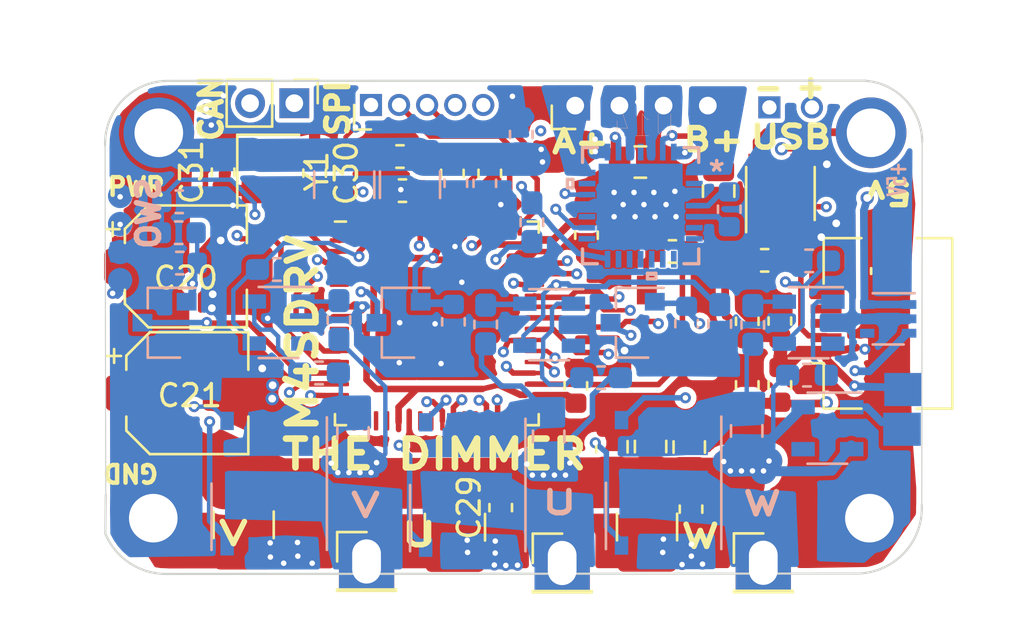
<source format=kicad_pcb>
(kicad_pcb (version 20200819) (host pcbnew "(5.99.0-2965-g3673c23696)")
  (layers (0 "F.Cu" signal) (1 "In1.Cu" signal) (2 "In2.Cu" signal) (31 "B.Cu" signal) (34 "B.Paste" user) (35 "F.Paste" user) (36 "B.SilkS" user) (37 "F.SilkS" user) (38 "B.Mask" user) (39 "F.Mask" user) (44 "Edge.Cuts" user))
  (net 0 "")
  (net 1 "GND")
  (net 2 "U")
  (net 3 "V")
  (net 4 "+3V3")
  (net 5 "LED RGB IN-PI33TBTPRPGPB")
  (net 6 "VBUS")
  (net 7 "Net-(J2-Pad4)")
  (net 8 "Net-(LED1-Pad2)")
  (net 9 "+12V")
  (net 10 "UART_TX")
  (net 11 "UART_RX")
  (net 12 "W")
  (net 13 "Net-(LED1-Pad4)")
  (net 14 "Net-(C11-Pad1)")
  (net 15 "/+5v_filtered")
  (net 16 "SWCLK")
  (net 17 "D-")
  (net 18 "D+")
  (net 19 "Net-(U1-Pad64)")
  (net 20 "Net-(U1-Pad63)")
  (net 21 "Net-(U1-Pad61)")
  (net 22 "Net-(U1-Pad60)")
  (net 23 "Net-(U1-Pad59)")
  (net 24 "SWDIO")
  (net 25 "Net-(L1-Pad2)")
  (net 26 "Net-(U1-Pad51)")
  (net 27 "TCC0_CH3{slash}Switch 4")
  (net 28 "TCC0_CH2{slash}Switch 3")
  (net 29 "TCC0_CH1{slash}Switch 2")
  (net 30 "TCC0_CH0{slash}Switch 1")
  (net 31 "CAN1_TX")
  (net 32 "CAN1_RX")
  (net 33 "SPI_SCK")
  (net 34 "TCC0_CH5{slash}Switch 6")
  (net 35 "TCC0_CH4{slash}Switch 5")
  (net 36 "SPI_MISO")
  (net 37 "Net-(U1-Pad32)")
  (net 38 "Net-(U1-Pad31)")
  (net 39 "SPI_MOSI")
  (net 40 "Net-(C19-Pad2)")
  (net 41 "Net-(U1-Pad28)")
  (net 42 "Net-(U1-Pad27)")
  (net 43 "Net-(C19-Pad1)")
  (net 44 "Net-(U1-Pad24)")
  (net 45 "Net-(U1-Pad23)")
  (net 46 "Net-(U1-Pad20)")
  (net 47 "Net-(U1-Pad19)")
  (net 48 "Net-(U1-Pad18)")
  (net 49 "Net-(U1-Pad17)")
  (net 50 "Net-(U1-Pad16)")
  (net 51 "A5")
  (net 52 "A1")
  (net 53 "A4")
  (net 54 "A3")
  (net 55 "A2")
  (net 56 "Net-(U1-Pad10)")
  (net 57 "Net-(U1-Pad9)")
  (net 58 "Net-(U1-Pad6)")
  (net 59 "Net-(U1-Pad5)")
  (net 60 "Net-(U1-Pad4)")
  (net 61 "Net-(C30-Pad2)")
  (net 62 "Net-(C31-Pad2)")
  (net 63 "A6")
  (net 64 "Net-(R17-Pad2)")
  (net 65 "Net-(R15-Pad2)")
  (net 66 "Net-(R13-Pad2)")
  (net 67 "Net-(R11-Pad2)")
  (net 68 "Net-(R9-Pad2)")
  (net 69 "Net-(R7-Pad2)")
  (net 70 "Net-(U7-Pad3)")
  (net 71 "Net-(U12-Pad3)")
  (net 72 "Net-(U13-Pad3)")
  (net 73 "Net-(U14-Pad25)")
  (net 74 "Net-(U14-Pad20)")
  (net 75 "Net-(U14-Pad17)")
  (net 76 "DB2")
  (net 77 "DB1")
  (net 78 "Net-(U14-Pad12)")
  (net 79 "Net-(U14-Pad11)")
  (net 80 "Net-(U14-Pad10)")
  (net 81 "Net-(U14-Pad9)")
  (net 82 "Net-(U14-Pad8)")
  (net 83 "Net-(U14-Pad7)")
  (net 84 "Net-(U14-Pad6)")
  (net 85 "DA1")
  (net 86 "DA2")
  (net 87 "Net-(U14-Pad15)")
  (net 88 "Net-(U14-Pad13)")
  (net 89 "EN")
  (net 90 "Net-(R19-Pad2)")
  (net 91 "Net-(R20-Pad2)")
  (net 92 "DIR")
  (net 93 "STEP")
  (net 94 "RESET")
  (net 95 "3.6v")
  (net 96 "A0{slash}DAC0{slash}CS")
  (net 97 "Net-(J3-Pad5)")
  (net 98 "Net-(U3-Pad4)")
  (net 99 "Net-(J10-Pad1)")
  (module "Capacitor_SMD:C_0805_2012Metric" (layer "F.Cu") (at 86.454 74.3015 -90)
    (fp_text reference "C26" hide)
    (fp_text value "4.7uF")
    (pad "1" smd roundrect (at -0.9375 0 270) (size 0.975 1.4) (layers "F.Cu" "F.Paste" "F.Mask") (net 1 "GND"))
    (pad "2" smd roundrect (at 0.9375 0 270) (size 0.975 1.4) (layers "F.Cu" "F.Paste" "F.Mask") (net 9 "+12V"))
  )
  (module "Capacitor_SMD:C_0603_1608Metric" (layer "F.Cu") (at 94.054 71.4965 -90)
    (fp_text reference "FB2" hide)
    (fp_text value "120r/0.85A")
    (pad "1" smd roundrect (at -0.7875 0 270) (size 0.875 0.95) (layers "F.Cu" "F.Paste" "F.Mask") (net 6 "VBUS"))
    (pad "2" smd roundrect (at 0.7875 0 270) (size 0.875 0.95) (layers "F.Cu" "F.Paste" "F.Mask") (net 15 "/+5v_filtered"))
  )
  (module "Connector_PinHeader_1.27mm:PinHeader_1x05_P1.27mm_Vertical" (layer "F.Cu") (at 75.554 58.824 90)
    (fp_text reference "J3" hide)
    (fp_text value "Conn_01x05")
    (pad "1" thru_hole rect (at 0 0 90) (size 1 1) (drill 0.65) (layers *.Cu *.Mask) (net 33 "SPI_SCK"))
    (pad "2" thru_hole oval (at 0 1.27 90) (size 1 1) (drill 0.65) (layers *.Cu *.Mask) (net 39 "SPI_MOSI"))
    (pad "3" thru_hole oval (at 0 2.54 90) (size 1 1) (drill 0.65) (layers *.Cu *.Mask) (net 36 "SPI_MISO"))
    (pad "4" thru_hole oval (at 0 3.81 90) (size 1 1) (drill 0.65) (layers *.Cu *.Mask) (net 96 "A0{slash}DAC0{slash}CS"))
    (pad "5" thru_hole oval (at 0 5.08 90) (size 1 1) (drill 0.65) (layers *.Cu *.Mask) (net 97 "Net-(J3-Pad5)"))
  )
  (module "MountingHole:MountingHole_2.2mm_M2_ISO14580_Pad_TopBottom" (layer "F.Cu") (at 98.104 77.534)
    (fp_text reference "H4" hide)
    (fp_text value "MountingHole_Pad")
    (pad "1" connect circle (at 0 0) (size 3.2 3.2) (layers "F.Cu" "F.Mask") (net 1 "GND"))
    (pad "1" thru_hole circle (at 0 0) (size 2.6 2.6) (drill 2.2) (layers *.Cu *.Mask) (net 1 "GND"))
    (pad "1" connect circle (at 0 0) (size 3.2 3.2) (layers "B.Cu" "B.Mask") (net 1 "GND"))
  )
  (module "Capacitor_SMD:C_0603_1608Metric" (layer "F.Cu") (at 73.004 61.9115 -90)
    (fp_text reference "C30" (at 0 -1.43 90) (layer "F.SilkS"))
    (fp_text value "1uF")
    (pad "1" smd roundrect (at -0.7875 0 270) (size 0.875 0.95) (layers "F.Cu" "F.Paste" "F.Mask") (net 1 "GND"))
    (pad "2" smd roundrect (at 0.7875 0 270) (size 0.875 0.95) (layers "F.Cu" "F.Paste" "F.Mask") (net 61 "Net-(C30-Pad2)"))
  )
  (module "Capacitor_SMD:C_0603_1608Metric" (layer "F.Cu") (at 76.979 62.704 180)
    (fp_text reference "C16" hide)
    (fp_text value "1uF")
    (pad "1" smd roundrect (at -0.7875 0 180) (size 0.875 0.95) (layers "F.Cu" "F.Paste" "F.Mask") (net 4 "+3V3"))
    (pad "2" smd roundrect (at 0.7875 0 180) (size 0.875 0.95) (layers "F.Cu" "F.Paste" "F.Mask") (net 1 "GND"))
  )
  (module "Capacitor_SMD:C_1210_3225Metric" (layer "F.Cu") (at 88.044 77.934 90)
    (fp_text reference "C8" hide)
    (fp_text value "10uF")
    (pad "1" smd roundrect (at -1.4 0 90) (size 1.25 2.65) (layers "F.Cu" "F.Paste" "F.Mask") (roundrect_rratio 0.2) (net 1 "GND"))
    (pad "2" smd roundrect (at 1.4 0 90) (size 1.25 2.65) (layers "F.Cu" "F.Paste" "F.Mask") (roundrect_rratio 0.2) (net 9 "+12V"))
  )
  (module "Connector_USB:USB_Micro-B_Amphenol_10104110_Horizontal" (layer "F.Cu") (at 97.694 68.714 90)
    (fp_text reference "J2" hide)
    (fp_text value "USB_B_Micro")
    (pad "1" smd rect (at -1.3 -1.55 90) (size 0.4 1.4) (layers "F.Cu" "F.Paste" "F.Mask") (net 6 "VBUS"))
    (pad "2" smd rect (at -0.65 -1.55 90) (size 0.4 1.4) (layers "F.Cu" "F.Paste" "F.Mask") (net 17 "D-"))
    (pad "3" smd rect (at 0 -1.55 90) (size 0.4 1.4) (layers "F.Cu" "F.Paste" "F.Mask") (net 18 "D+"))
    (pad "4" smd rect (at 0.65 -1.55 90) (size 0.4 1.4) (layers "F.Cu" "F.Paste" "F.Mask") (net 7 "Net-(J2-Pad4)"))
    (pad "5" smd rect (at 1.3 -1.55 90) (size 0.4 1.4) (layers "F.Cu" "F.Paste" "F.Mask") (net 1 "GND"))
    (pad "6" smd rect (at -3.75 1.3 90) (size 2.3 1.9) (layers "F.Cu" "F.Paste" "F.Mask") (net 1 "GND"))
    (pad "6" smd rect (at -1.15 1.3 90) (size 1.8 1.9) (layers "F.Cu" "F.Paste" "F.Mask") (net 1 "GND"))
    (pad "6" smd rect (at 1.15 1.3 90) (size 1.8 1.9) (layers "F.Cu" "F.Paste" "F.Mask") (net 1 "GND"))
    (pad "6" smd rect (at 3.75 1.3 90) (size 2.3 1.9) (layers "F.Cu" "F.Paste" "F.Mask") (net 1 "GND"))
  )
  (module "Package_TO_SOT_SMD:SOT-143" (layer "F.Cu") (at 94.079 62.834 90)
    (fp_text reference "D1" hide)
    (fp_text value "PRTR5V0U2X")
    (pad "1" smd rect (at -1.1 -0.77) (size 1.2 1.4) (layers "F.Cu" "F.Paste" "F.Mask") (net 1 "GND"))
    (pad "2" smd rect (at -1.1 0.95) (size 1 1.4) (layers "F.Cu" "F.Paste" "F.Mask") (net 17 "D-"))
    (pad "3" smd rect (at 1.1 0.95) (size 1 1.4) (layers "F.Cu" "F.Paste" "F.Mask") (net 18 "D+"))
    (pad "4" smd rect (at 1.1 -0.95) (size 1 1.4) (layers "F.Cu" "F.Paste" "F.Mask") (net 6 "VBUS"))
  )
  (module "MountingHole:MountingHole_2.2mm_M2_ISO14580_Pad_TopBottom" (layer "F.Cu") (at 65.954 60.084)
    (fp_text reference "H2" hide)
    (fp_text value "MountingHole_Pad")
    (pad "1" connect circle (at 0 0) (size 3.200001 3.200001) (layers "F.Cu" "F.Mask") (net 9 "+12V"))
    (pad "1" connect circle (at 0 0) (size 3.2 3.2) (layers "B.Cu" "B.Mask") (net 9 "+12V"))
    (pad "1" thru_hole circle (at 0 0) (size 2.6 2.6) (drill 2.2) (layers *.Cu *.Mask) (net 9 "+12V"))
  )
  (module "Capacitor_SMD:C_0603_1608Metric" (layer "F.Cu") (at 80.929 61.9215 -90)
    (fp_text reference "C11" hide)
    (fp_text value "10uF")
    (pad "1" smd roundrect (at -0.7875 0 270) (size 0.875 0.95) (layers "F.Cu" "F.Paste" "F.Mask") (net 14 "Net-(C11-Pad1)"))
    (pad "2" smd roundrect (at 0.7875 0 270) (size 0.875 0.95) (layers "F.Cu" "F.Paste" "F.Mask") (net 1 "GND"))
  )
  (module "Crystal:Crystal_SMD_2520-4Pin_2.5x2.0mm" (layer "F.Cu") (at 70.904 61.824 -90)
    (fp_text reference "Y1" (at 0 -2.2 90) (layer "F.SilkS"))
    (fp_text value "Crystal_GND2_Small")
    (pad "1" smd rect (at -0.875 0.7 270) (size 1.15 1) (layers "F.Cu" "F.Paste" "F.Mask") (net 62 "Net-(C31-Pad2)"))
    (pad "2" smd rect (at 0.875 0.7 270) (size 1.15 1) (layers "F.Cu" "F.Paste" "F.Mask") (net 1 "GND"))
    (pad "3" smd rect (at 0.875 -0.7 270) (size 1.15 1) (layers "F.Cu" "F.Paste" "F.Mask") (net 61 "Net-(C30-Pad2)"))
    (pad "4" smd rect (at -0.875 -0.7 270) (size 1.15 1) (layers "F.Cu" "F.Paste" "F.Mask"))
  )
  (module "Resistor_SMD:R_0603_1608Metric" (layer "F.Cu") (at 89.1915 65.459 180)
    (fp_text reference "R4" hide)
    (fp_text value "2k")
    (pad "1" smd roundrect (at -0.7875 0 180) (size 0.875 0.95) (layers "F.Cu" "F.Paste" "F.Mask") (net 5 "LED RGB IN-PI33TBTPRPGPB"))
    (pad "2" smd roundrect (at 0.7875 0 180) (size 0.875 0.95) (layers "F.Cu" "F.Paste" "F.Mask") (net 8 "Net-(LED1-Pad2)"))
  )
  (module "Capacitor_SMD:C_0603_1608Metric" (layer "F.Cu") (at 85.304 64.7215 -90)
    (fp_text reference "C15" hide)
    (fp_text value "10uF")
    (pad "1" smd roundrect (at -0.7875 0 270) (size 0.875 0.95) (layers "F.Cu" "F.Paste" "F.Mask") (net 4 "+3V3"))
    (pad "2" smd roundrect (at 0.7875 0 270) (size 0.875 0.95) (layers "F.Cu" "F.Paste" "F.Mask") (net 1 "GND"))
  )
  (module "Connector_PinHeader_2.54mm:PinHeader_1x01_P2.54mm_Vertical" (layer "F.Cu") (at 93.304 79.554)
    (fp_text reference "J1" hide)
    (fp_text value "Conn_01x01")
    (pad "1" thru_hole rect (at 0 0) (size 2.5 2.5) (drill oval 1.3 2) (property pad_prop_castellated) (layers *.Cu *.Mask) (net 12 "W"))
  )
  (module "Capacitor_SMD:CP_Elec_5x5.8" (layer "F.Cu") (at 67.179 66.134)
    (fp_text reference "C20" (at 0 0.525) (layer "F.SilkS"))
    (fp_text value "47")
    (pad "1" smd roundrect (at -2.2 0) (size 3 1.6) (layers "F.Cu" "F.Paste" "F.Mask") (roundrect_rratio 0.15625) (net 9 "+12V"))
    (pad "2" smd roundrect (at 2.2 0) (size 3 1.6) (layers "F.Cu" "F.Paste" "F.Mask") (roundrect_rratio 0.15625) (net 1 "GND"))
  )
  (module "LED_SMD:IN-PI33TBTPRPGPB" (layer "F.Cu") (at 90.544 68.794 90)
    (fp_text reference "LED1" hide)
    (fp_text value "IN-PI33TBTPRPGPB_")
    (pad "1" smd rect (at 1.59 0 90) (size 1.3 0.9) (layers "F.Cu" "F.Paste" "F.Mask") (net 1 "GND"))
    (pad "2" smd rect (at 1.59 -2.51 90) (size 1.3 0.9) (layers "F.Cu" "F.Paste" "F.Mask") (net 8 "Net-(LED1-Pad2)"))
    (pad "3" smd rect (at -1.59 -2.51 90) (size 1.3 0.9) (layers "F.Cu" "F.Paste" "F.Mask") (net 95 "3.6v"))
    (pad "4" smd rect (at -1.59 0 90) (size 1.3 0.9) (layers "F.Cu" "F.Paste" "F.Mask") (net 13 "Net-(LED1-Pad4)"))
  )
  (module "Package_DFN_QFN:QFN-64-1EP_9x9mm_P0.5mm_EP4.7x4.7mm" (layer "F.Cu") (at 78.534 68.714)
    (fp_text reference "U1" hide)
    (fp_text value "ATSAMD51J19A-M")
    (pad "1" smd roundrect (at -4.4125 -3.75) (size 0.875 0.2) (layers "F.Cu" "F.Paste" "F.Mask") (net 61 "Net-(C30-Pad2)"))
    (pad "2" smd roundrect (at -4.4125 -3.25) (size 0.875 0.2) (layers "F.Cu" "F.Paste" "F.Mask") (net 62 "Net-(C31-Pad2)"))
    (pad "3" smd roundrect (at -4.4125 -2.75) (size 0.875 0.2) (layers "F.Cu" "F.Paste" "F.Mask") (net 96 "A0{slash}DAC0{slash}CS"))
    (pad "4" smd roundrect (at -4.4125 -2.25) (size 0.875 0.2) (layers "F.Cu" "F.Paste" "F.Mask") (net 60 "Net-(U1-Pad4)"))
    (pad "5" smd roundrect (at -4.4125 -1.75) (size 0.875 0.2) (layers "F.Cu" "F.Paste" "F.Mask") (net 59 "Net-(U1-Pad5)"))
    (pad "6" smd roundrect (at -4.4125 -1.25) (size 0.875 0.2) (layers "F.Cu" "F.Paste" "F.Mask") (net 58 "Net-(U1-Pad6)"))
    (pad "7" smd roundrect (at -4.4125 -0.75) (size 0.875 0.2) (layers "F.Cu" "F.Paste" "F.Mask") (net 1 "GND"))
    (pad "8" smd roundrect (at -4.4125 -0.25) (size 0.875 0.2) (layers "F.Cu" "F.Paste" "F.Mask") (net 4 "+3V3"))
    (pad "9" smd roundrect (at -4.4125 0.25) (size 0.875 0.2) (layers "F.Cu" "F.Paste" "F.Mask") (net 57 "Net-(U1-Pad9)"))
    (pad "10" smd roundrect (at -4.4125 0.75) (size 0.875 0.2) (layers "F.Cu" "F.Paste" "F.Mask") (net 56 "Net-(U1-Pad10)"))
    (pad "11" smd roundrect (at -4.4125 1.25) (size 0.875 0.2) (layers "F.Cu" "F.Paste" "F.Mask") (net 55 "A2"))
    (pad "12" smd roundrect (at -4.4125 1.75) (size 0.875 0.2) (layers "F.Cu" "F.Paste" "F.Mask") (net 54 "A3"))
    (pad "13" smd roundrect (at -4.4125 2.25) (size 0.875 0.2) (layers "F.Cu" "F.Paste" "F.Mask") (net 53 "A4"))
    (pad "14" smd roundrect (at -4.4125 2.75) (size 0.875 0.2) (layers "F.Cu" "F.Paste" "F.Mask") (net 52 "A1"))
    (pad "15" smd roundrect (at -4.4125 3.25) (size 0.875 0.2) (layers "F.Cu" "F.Paste" "F.Mask") (net 51 "A5"))
    (pad "16" smd roundrect (at -4.4125 3.75) (size 0.875 0.2) (layers "F.Cu" "F.Paste" "F.Mask") (net 50 "Net-(U1-Pad16)"))
    (pad "17" smd roundrect (at -3.75 4.4125) (size 0.2 0.875) (layers "F.Cu" "F.Paste" "F.Mask") (net 49 "Net-(U1-Pad17)"))
    (pad "18" smd roundrect (at -3.25 4.4125) (size 0.2 0.875) (layers "F.Cu" "F.Paste" "F.Mask") (net 48 "Net-(U1-Pad18)"))
    (pad "19" smd roundrect (at -2.75 4.4125) (size 0.2 0.875) (layers "F.Cu" "F.Paste" "F.Mask") (net 47 "Net-(U1-Pad19)"))
    (pad "20" smd roundrect (at -2.25 4.4125) (size 0.2 0.875) (layers "F.Cu" "F.Paste" "F.Mask") (net 46 "Net-(U1-Pad20)"))
    (pad "21" smd roundrect (at -1.75 4.4125) (size 0.2 0.875) (layers "F.Cu" "F.Paste" "F.Mask") (net 4 "+3V3"))
    (pad "22" smd roundrect (at -1.25 4.4125) (size 0.2 0.875) (layers "F.Cu" "F.Paste" "F.Mask") (net 1 "GND"))
    (pad "23" smd roundrect (at -0.75 4.4125) (size 0.2 0.875) (layers "F.Cu" "F.Paste" "F.Mask") (net 45 "Net-(U1-Pad23)"))
    (pad "24" smd roundrect (at -0.25 4.4125) (size 0.2 0.875) (layers "F.Cu" "F.Paste" "F.Mask") (net 44 "Net-(U1-Pad24)"))
    (pad "25" smd roundrect (at 0.25 4.4125) (size 0.2 0.875) (layers "F.Cu" "F.Paste" "F.Mask") (net 31 "CAN1_TX"))
    (pad "26" smd roundrect (at 0.75 4.4125) (size 0.2 0.875) (layers "F.Cu" "F.Paste" "F.Mask") (net 32 "CAN1_RX"))
    (pad "27" smd roundrect (at 1.25 4.4125) (size 0.2 0.875) (layers "F.Cu" "F.Paste" "F.Mask") (net 42 "Net-(U1-Pad27)"))
    (pad "28" smd roundrect (at 1.75 4.4125) (size 0.2 0.875) (layers "F.Cu" "F.Paste" "F.Mask") (net 41 "Net-(U1-Pad28)"))
    (pad "29" smd roundrect (at 2.25 4.4125) (size 0.2 0.875) (layers "F.Cu" "F.Paste" "F.Mask") (net 10 "UART_TX"))
    (pad "30" smd roundrect (at 2.75 4.4125) (size 0.2 0.875) (layers "F.Cu" "F.Paste" "F.Mask") (net 11 "UART_RX"))
    (pad "31" smd roundrect (at 3.25 4.4125) (size 0.2 0.875) (layers "F.Cu" "F.Paste" "F.Mask") (net 38 "Net-(U1-Pad31)"))
    (pad "32" smd roundrect (at 3.75 4.4125) (size 0.2 0.875) (layers "F.Cu" "F.Paste" "F.Mask") (net 37 "Net-(U1-Pad32)"))
    (pad "33" smd roundrect (at 4.4125 3.75) (size 0.875 0.2) (layers "F.Cu" "F.Paste" "F.Mask") (net 1 "GND"))
    (pad "34" smd roundrect (at 4.4125 3.25) (size 0.875 0.2) (layers "F.Cu" "F.Paste" "F.Mask") (net 4 "+3V3"))
    (pad "35" smd roundrect (at 4.4125 2.75) (size 0.875 0.2) (layers "F.Cu" "F.Paste" "F.Mask") (net 5 "LED RGB IN-PI33TBTPRPGPB"))
    (pad "36" smd roundrect (at 4.4125 2.25) (size 0.875 0.2) (layers "F.Cu" "F.Paste" "F.Mask") (net 33 "SPI_SCK"))
    (pad "37" smd roundrect (at 4.4125 1.75) (size 0.875 0.2) (layers "F.Cu" "F.Paste" "F.Mask") (net 92 "DIR"))
    (pad "38" smd roundrect (at 4.4125 1.25) (size 0.875 0.2) (layers "F.Cu" "F.Paste" "F.Mask") (net 93 "STEP"))
    (pad "39" smd roundrect (at 4.4125 0.75) (size 0.875 0.2) (layers "F.Cu" "F.Paste" "F.Mask") (net 34 "TCC0_CH5{slash}Switch 6"))
    (pad "40" smd roundrect (at 4.4125 0.25) (size 0.875 0.2) (layers "F.Cu" "F.Paste" "F.Mask") (net 35 "TCC0_CH4{slash}Switch 5"))
    (pad "41" smd roundrect (at 4.4125 -0.25) (size 0.875 0.2) (layers "F.Cu" "F.Paste" "F.Mask") (net 30 "TCC0_CH0{slash}Switch 1"))
    (pad "42" smd roundrect (at 4.4125 -0.75) (size 0.875 0.2) (layers "F.Cu" "F.Paste" "F.Mask") (net 29 "TCC0_CH1{slash}Switch 2"))
    (pad "43" smd roundrect (at 4.4125 -1.25) (size 0.875 0.2) (layers "F.Cu" "F.Paste" "F.Mask") (net 28 "TCC0_CH2{slash}Switch 3"))
    (pad "44" smd roundrect (at 4.4125 -1.75) (size 0.875 0.2) (layers "F.Cu" "F.Paste" "F.Mask") (net 27 "TCC0_CH3{slash}Switch 4"))
    (pad "45" smd roundrect (at 4.4125 -2.25) (size 0.875 0.2) (layers "F.Cu" "F.Paste" "F.Mask") (net 17 "D-"))
    (pad "46" smd roundrect (at 4.4125 -2.75) (size 0.875 0.2) (layers "F.Cu" "F.Paste" "F.Mask") (net 18 "D+"))
    (pad "47" smd roundrect (at 4.4125 -3.25) (size 0.875 0.2) (layers "F.Cu" "F.Paste" "F.Mask") (net 1 "GND"))
    (pad "48" smd roundrect (at 4.4125 -3.75) (size 0.875 0.2) (layers "F.Cu" "F.Paste" "F.Mask") (net 4 "+3V3"))
    (pad "49" smd roundrect (at 3.75 -4.4125) (size 0.2 0.875) (layers "F.Cu" "F.Paste" "F.Mask") (net 36 "SPI_MISO"))
    (pad "50" smd roundrect (at 3.25 -4.4125) (size 0.2 0.875) (layers "F.Cu" "F.Paste" "F.Mask") (net 39 "SPI_MOSI"))
    (pad "51" smd roundrect (at 2.75 -4.4125) (size 0.2 0.875) (layers "F.Cu" "F.Paste" "F.Mask") (net 26 "Net-(U1-Pad51)"))
    (pad "52" smd roundrect (at 2.25 -4.4125) (size 0.2 0.875) (layers "F.Cu" "F.Paste" "F.Mask") (net 94 "RESET"))
    (pad "53" smd roundrect (at 1.75 -4.4125) (size 0.2 0.875) (layers "F.Cu" "F.Paste" "F.Mask") (net 14 "Net-(C11-Pad1)"))
    (pad "54" smd roundrect (at 1.25 -4.4125) (size 0.2 0.875) (layers "F.Cu" "F.Paste" "F.Mask") (net 1 "GND"))
    (pad "55" smd roundrect (at 0.75 -4.4125) (size 0.2 0.875) (layers "F.Cu" "F.Paste" "F.Mask") (net 25 "Net-(L1-Pad2)"))
    (pad "56" smd roundrect (at 0.25 -4.4125) (size 0.2 0.875) (layers "F.Cu" "F.Paste" "F.Mask") (net 4 "+3V3"))
    (pad "57" smd roundrect (at -0.25 -4.4125) (size 0.2 0.875) (layers "F.Cu" "F.Paste" "F.Mask") (net 16 "SWCLK"))
    (pad "58" smd roundrect (at -0.75 -4.4125) (size 0.2 0.875) (layers "F.Cu" "F.Paste" "F.Mask") (net 24 "SWDIO"))
    (pad "59" smd roundrect (at -1.25 -4.4125) (size 0.2 0.875) (layers "F.Cu" "F.Paste" "F.Mask") (net 23 "Net-(U1-Pad59)"))
    (pad "60" smd roundrect (at -1.75 -4.4125) (size 0.2 0.875) (layers "F.Cu" "F.Paste" "F.Mask") (net 22 "Net-(U1-Pad60)"))
    (pad "61" smd roundrect (at -2.25 -4.4125) (size 0.2 0.875) (layers "F.Cu" "F.Paste" "F.Mask") (net 21 "Net-(U1-Pad61)"))
    (pad "62" smd roundrect (at -2.75 -4.4125) (size 0.2 0.875) (layers "F.Cu" "F.Paste" "F.Mask") (net 63 "A6"))
    (pad "63" smd roundrect (at -3.25 -4.4125) (size 0.2 0.875) (layers "F.Cu" "F.Paste" "F.Mask") (net 20 "Net-(U1-Pad63)"))
    (pad "64" smd roundrect (at -3.75 -4.4125) (size 0.2 0.875) (layers "F.Cu" "F.Paste" "F.Mask") (net 19 "Net-(U1-Pad64)"))
    (pad "65" smd rect (at 0 0) (size 4.7 4.7) (layers "F.Cu" "F.Mask") (net 1 "GND"))
  )
  (module "Connector_PinHeader_2.00mm:PinHeader_1x02_P2.00mm_Vertical" (layer "F.Cu") (at 72.084 58.744 -90)
    (fp_text reference "J4" hide)
    (fp_text value "Conn_01x02")
    (pad "1" thru_hole rect (at 0 0 270) (size 1.35 1.35) (drill 0.8) (layers *.Cu *.Mask) (net 32 "CAN1_RX"))
    (pad "2" thru_hole oval (at 0 2 270) (size 1.35 1.35) (drill 0.8) (layers *.Cu *.Mask) (net 31 "CAN1_TX"))
  )
  (module "Capacitor_SMD:C_0603_1608Metric" (layer "F.Cu") (at 94.054 68.609 90)
    (fp_text reference "C3" hide)
    (fp_text value "1nF")
    (pad "1" smd roundrect (at -0.7875 0 90) (size 0.875 0.95) (layers "F.Cu" "F.Paste" "F.Mask") (net 6 "VBUS"))
    (pad "2" smd roundrect (at 0.7875 0 90) (size 0.875 0.95) (layers "F.Cu" "F.Paste" "F.Mask") (net 1 "GND"))
  )
  (module "Capacitor_SMD:C_0603_1608Metric" (layer "F.Cu") (at 68.864 61.8665 90)
    (fp_text reference "C31" (at 0 -1.43 90) (layer "F.SilkS"))
    (fp_text value "1uF")
    (pad "1" smd roundrect (at -0.7875 0 90) (size 0.875 0.95) (layers "F.Cu" "F.Paste" "F.Mask") (net 1 "GND"))
    (pad "2" smd roundrect (at 0.7875 0 90) (size 0.875 0.95) (layers "F.Cu" "F.Paste" "F.Mask") (net 62 "Net-(C31-Pad2)"))
  )
  (module "Capacitor_SMD:C_0603_1608Metric" (layer "F.Cu") (at 92.579 68.6215 90)
    (fp_text reference "C6" hide)
    (fp_text value "1uF")
    (pad "1" smd roundrect (at -0.7875 0 90) (size 0.875 0.95) (layers "F.Cu" "F.Paste" "F.Mask") (net 6 "VBUS"))
    (pad "2" smd roundrect (at 0.7875 0 90) (size 0.875 0.95) (layers "F.Cu" "F.Paste" "F.Mask") (net 1 "GND"))
  )
  (module "Capacitor_SMD:C_0603_1608Metric" (layer "F.Cu") (at 92.579 71.4965 90)
    (fp_text reference "C5" hide)
    (fp_text value "100nF")
    (pad "1" smd roundrect (at -0.7875 0 90) (size 0.875 0.95) (layers "F.Cu" "F.Paste" "F.Mask") (net 15 "/+5v_filtered"))
    (pad "2" smd roundrect (at 0.7875 0 90) (size 0.875 0.95) (layers "F.Cu" "F.Paste" "F.Mask") (net 1 "GND"))
  )
  (module "Capacitor_SMD:C_0603_1608Metric" (layer "F.Cu") (at 76.8665 61.159 180)
    (fp_text reference "C2" hide)
    (fp_text value "1uF")
    (pad "1" smd roundrect (at -0.7875 0 180) (size 0.875 0.95) (layers "F.Cu" "F.Paste" "F.Mask") (net 14 "Net-(C11-Pad1)"))
    (pad "2" smd roundrect (at 0.7875 0 180) (size 0.875 0.95) (layers "F.Cu" "F.Paste" "F.Mask") (net 1 "GND"))
  )
  (module "Capacitor_SMD:C_0603_1608Metric" (layer "F.Cu") (at 93.3665 65.859)
    (fp_text reference "C4" hide)
    (fp_text value "1uF")
    (pad "1" smd roundrect (at -0.7875 0) (size 0.875 0.95) (layers "F.Cu" "F.Paste" "F.Mask") (net 6 "VBUS"))
    (pad "2" smd roundrect (at 0.7875 0) (size 0.875 0.95) (layers "F.Cu" "F.Paste" "F.Mask") (net 1 "GND"))
  )
  (module "Connector_PinHeader_2.54mm:PinHeader_1x01_P2.54mm_Vertical" (layer "F.Cu") (at 84.204 79.564)
    (fp_text reference "J6" hide)
    (fp_text value "Conn_01x01")
    (pad "1" thru_hole rect (at 0 0) (size 2.5 2.5) (drill oval 1.3 2) (property pad_prop_castellated) (layers *.Cu *.Mask) (net 2 "U"))
  )
  (module "Connector_PinHeader_1.27mm:PinHeader_1x02_P1.27mm_Vertical" (layer "F.Cu") (at 93.904 58.934 90)
    (fp_text reference "J8" hide)
    (fp_text value "Conn_01x02")
    (pad "1" thru_hole rect (at 0 -0.325 90) (size 1 1) (drill 0.65) (layers *.Cu *.Mask) (net 17 "D-"))
    (pad "2" thru_hole oval (at 0 1.6 90) (size 1 1) (drill 0.65) (layers *.Cu *.Mask) (net 18 "D+"))
  )
  (module "Capacitor_SMD:C_0603_1608Metric" (layer "F.Cu") (at 81.424 77.0565 90)
    (fp_text reference "C29" (at 0 -1.43 90) (layer "F.SilkS"))
    (fp_text value "100nF")
    (pad "1" smd roundrect (at -0.7875 0 90) (size 0.875 0.95) (layers "F.Cu" "F.Paste" "F.Mask") (net 1 "GND"))
    (pad "2" smd roundrect (at 0.7875 0 90) (size 0.875 0.95) (layers "F.Cu" "F.Paste" "F.Mask") (net 9 "+12V"))
  )
  (module "Resistor_SMD:R_0805_2012Metric" (layer "F.Cu") (at 87.7415 61.409 180)
    (fp_text reference "R20" hide)
    (fp_text value "0R11")
    (pad "1" smd roundrect (at -0.9375 0 180) (size 0.975 1.4) (layers "F.Cu" "F.Paste" "F.Mask") (net 1 "GND"))
    (pad "2" smd roundrect (at 0.9375 0 180) (size 0.975 1.4) (layers "F.Cu" "F.Paste" "F.Mask") (net 91 "Net-(R20-Pad2)"))
  )
  (module "Capacitor_SMD:C_0805_2012Metric" (layer "F.Cu") (at 88.204 74.2915 -90)
    (fp_text reference "C27" hide)
    (fp_text value "4.7uF")
    (pad "1" smd roundrect (at -0.9375 0 270) (size 0.975 1.4) (layers "F.Cu" "F.Paste" "F.Mask") (net 1 "GND"))
    (pad "2" smd roundrect (at 0.9375 0 270) (size 0.975 1.4) (layers "F.Cu" "F.Paste" "F.Mask") (net 9 "+12V"))
  )
  (module "MountingHole:MountingHole_2.2mm_M2_ISO14580_Pad_TopBottom" (layer "F.Cu") (at 65.704 77.534)
    (fp_text reference "H3" hide)
    (fp_text value "MountingHole_Pad")
    (pad "1" connect circle (at 0 0) (size 3.2 3.2) (layers "F.Cu" "F.Mask") (net 1 "GND"))
    (pad "1" thru_hole circle (at 0 0) (size 2.6 2.6) (drill 2.2) (layers *.Cu *.Mask) (net 1 "GND"))
    (pad "1" connect circle (at 0 0) (size 3.2 3.2) (layers "B.Cu" "B.Mask") (net 1 "GND"))
  )
  (module "Capacitor_SMD:C_0805_2012Metric" (layer "F.Cu") (at 89.954 74.314 -90)
    (fp_text reference "C25" hide)
    (fp_text value "4.7uF")
    (pad "1" smd roundrect (at -0.9375 0 270) (size 0.975 1.4) (layers "F.Cu" "F.Paste" "F.Mask") (net 1 "GND"))
    (pad "2" smd roundrect (at 0.9375 0 270) (size 0.975 1.4) (layers "F.Cu" "F.Paste" "F.Mask") (net 9 "+12V"))
  )
  (module "Connector_PinHeader_2.00mm:PinHeader_1x04_P2.00mm_Vertical" (layer "F.Cu") (at 84.794 58.854 90)
    (fp_text reference "J7" hide)
    (fp_text value "Conn_01x04")
    (pad "1" thru_hole rect (at 0 0 90) (size 1.35 1.35) (drill 0.8) (layers *.Cu *.Mask) (net 86 "DA2"))
    (pad "2" thru_hole oval (at 0 2 90) (size 1.35 1.35) (drill 0.8) (layers *.Cu *.Mask) (net 85 "DA1"))
    (pad "3" thru_hole oval (at 0 4 90) (size 1.35 1.35) (drill 0.8) (layers *.Cu *.Mask) (net 77 "DB1"))
    (pad "4" thru_hole oval (at 0 6 90) (size 1.35 1.35) (drill 0.8) (layers *.Cu *.Mask) (net 76 "DB2"))
  )
  (module "Resistor_SMD:R_0603_1608Metric" (layer "F.Cu") (at 74.404 61.9465 90)
    (fp_text reference "R6" hide)
    (fp_text value "10k")
    (pad "1" smd roundrect (at -0.7875 0 90) (size 0.875 0.95) (layers "F.Cu" "F.Paste" "F.Mask") (net 16 "SWCLK"))
    (pad "2" smd roundrect (at 0.7875 0 90) (size 0.875 0.95) (layers "F.Cu" "F.Paste" "F.Mask") (net 4 "+3V3"))
  )
  (module "Inductor_SMD:L_0603_1608Metric" (layer "F.Cu") (at 79.2365 61.9215 -90)
    (fp_text reference "L1" hide)
    (fp_text value "L")
    (pad "1" smd roundrect (at -0.7875 0 270) (size 0.875 0.95) (layers "F.Cu" "F.Paste" "F.Mask") (net 14 "Net-(C11-Pad1)"))
    (pad "2" smd roundrect (at 0.7875 0 270) (size 0.875 0.95) (layers "F.Cu" "F.Paste" "F.Mask") (net 25 "Net-(L1-Pad2)"))
  )
  (module "Capacitor_SMD:C_1210_3225Metric" (layer "F.Cu") (at 69.794 77.834 90)
    (fp_text reference "C7" hide)
    (fp_text value "10uF")
    (pad "1" smd roundrect (at -1.4 0 90) (size 1.25 2.65) (layers "F.Cu" "F.Paste" "F.Mask") (roundrect_rratio 0.2) (net 1 "GND"))
    (pad "2" smd roundrect (at 1.4 0 90) (size 1.25 2.65) (layers "F.Cu" "F.Paste" "F.Mask") (roundrect_rratio 0.2) (net 9 "+12V"))
  )
  (module "Capacitor_SMD:C_0603_1608Metric" (layer "F.Cu") (at 90.034 77.1265 90)
    (fp_text reference "C28" hide)
    (fp_text value "1uF")
    (pad "1" smd roundrect (at -0.7875 0 90) (size 0.875 0.95) (layers "F.Cu" "F.Paste" "F.Mask") (net 1 "GND"))
    (pad "2" smd roundrect (at 0.7875 0 90) (size 0.875 0.95) (layers "F.Cu" "F.Paste" "F.Mask") (net 9 "+12V"))
  )
  (module "Connector_PinHeader_2.54mm:PinHeader_1x01_P2.54mm_Vertical" (layer "F.Cu") (at 75.354 79.494)
    (fp_text reference "J5" hide)
    (fp_text value "Conn_01x01")
    (pad "1" thru_hole rect (at 0 0) (size 2.5 2.5) (drill oval 1.3 2) (property pad_prop_castellated) (layers *.Cu *.Mask) (net 3 "V"))
  )
  (module "Capacitor_SMD:C_0603_1608Metric" (layer "F.Cu") (at 84.824 71.5415 90)
    (fp_text reference "C17" hide)
    (fp_text value "1uF")
    (pad "1" smd roundrect (at -0.7875 0 90) (size 0.875 0.95) (layers "F.Cu" "F.Paste" "F.Mask") (net 4 "+3V3"))
    (pad "2" smd roundrect (at 0.7875 0 90) (size 0.875 0.95) (layers "F.Cu" "F.Paste" "F.Mask") (net 1 "GND"))
  )
  (module "Capacitor_SMD:CP_Elec_5x5.8" (layer "F.Cu") (at 67.24492 71.874)
    (fp_text reference "C21" (at 0.10908 0.11) (layer "F.SilkS"))
    (fp_text value "47uF")
    (pad "1" smd roundrect (at -2.2 0) (size 3 1.6) (layers "F.Cu" "F.Paste" "F.Mask") (roundrect_rratio 0.15625) (net 9 "+12V"))
    (pad "2" smd roundrect (at 2.2 0) (size 3 1.6) (layers "F.Cu" "F.Paste" "F.Mask") (roundrect_rratio 0.15625) (net 1 "GND"))
  )
  (module "MountingHole:MountingHole_2.2mm_M2_ISO14580_Pad_TopBottom" (layer "F.Cu") (at 98.179 60.084)
    (fp_text reference "H1" hide)
    (fp_text value "MountingHole_Pad")
    (pad "1" connect circle (at 0 0) (size 3.2 3.2) (layers "B.Cu" "B.Mask") (net 6 "VBUS"))
    (pad "1" thru_hole circle (at 0 0) (size 2.6 2.6) (drill 2.2) (layers *.Cu *.Mask) (net 6 "VBUS"))
    (pad "1" connect circle (at 0 0) (size 3.2 3.2) (layers "F.Cu" "F.Mask") (net 6 "VBUS"))
  )
  (module "Capacitor_SMD:C_1210_3225Metric" (layer "F.Cu") (at 79.354 77.944 90)
    (fp_text reference "C18" hide)
    (fp_text value "10uF")
    (pad "1" smd roundrect (at -1.4 0 90) (size 1.25 2.65) (layers "F.Cu" "F.Paste" "F.Mask") (roundrect_rratio 0.2) (net 1 "GND"))
    (pad "2" smd roundrect (at 1.4 0 90) (size 1.25 2.65) (layers "F.Cu" "F.Paste" "F.Mask") (roundrect_rratio 0.2) (net 9 "+12V"))
  )
  (module "Resistor_SMD:R_0805_2012Metric" (layer "F.Cu") (at 91.284 62.724 90)
    (fp_text reference "R19" hide)
    (fp_text value "0R11")
    (pad "1" smd roundrect (at -0.9375 0 90) (size 0.975 1.4) (layers "F.Cu" "F.Paste" "F.Mask") (net 1 "GND"))
    (pad "2" smd roundrect (at 0.9375 0 90) (size 0.975 1.4) (layers "F.Cu" "F.Paste" "F.Mask") (net 90 "Net-(R19-Pad2)"))
  )
  (module "Resistor_SMD:R_0805_2012Metric_Pad1.15x1.40mm_HandSolder" (layer "B.Cu") (at 92.554 73.584 -90)
    (fp_text reference "R16" hide)
    (fp_text value "0.02ohm")
    (pad "1" smd roundrect (at -1.025 0 270) (size 1.15 1.4) (layers "B.Cu" "B.Paste" "B.Mask") (roundrect_rratio 0.2173913043478261) (net 9 "+12V"))
    (pad "2" smd roundrect (at 1.025 0 270) (size 1.15 1.4) (layers "B.Cu" "B.Paste" "B.Mask") (roundrect_rratio 0.2173913043478261) (net 9 "+12V"))
  )
  (module "Package_SON:Infineon_PG-TISON-8-2" (layer "B.Cu") (at 81.53775 78.3715 90)
    (fp_text reference "U6" hide)
    (fp_text value "BSC0925NDATMA1")
    (pad "1" smd rect (at 5.18 -3.51 270) (size 0.83 0.61) (layers "B.Cu" "B.Paste" "B.Mask") (net 34 "TCC0_CH5{slash}Switch 6"))
    (pad "2" smd custom (at 3.895 -1.605 270) (size 0.6 4) (layers "B.Cu" "B.Mask") (net 9 "+12V") (options (clearance outline) (anchor rect)) (primitives (gr_poly (pts (xy -0.3 1.14) (xy -1.02 1.14) (xy -1.02 0.94) (xy -1.7 0.94) (xy -1.7 0.33) (xy -1.02 0.33) (xy -1.02 -0.33) (xy -1.7 -0.33) (xy -1.7 -0.94) (xy -1.02 -0.94) (xy -1.02 -1.6) (xy -1.7 -1.6) (xy -1.7 -2.21) (xy -0.87 -2.21) (xy -0.87 -2) (xy -0.3 -2)) (width 0))))
    (pad "5" smd rect (at -0.5 0.3 270) (size 0.83 0.61) (layers "B.Cu" "B.Paste" "B.Mask") (net 1 "GND"))
    (pad "6" smd rect (at -0.5 -0.97 270) (size 0.83 0.61) (layers "B.Cu" "B.Paste" "B.Mask") (net 1 "GND"))
    (pad "7" smd rect (at -0.5 -2.24 270) (size 0.83 0.61) (layers "B.Cu" "B.Paste" "B.Mask") (net 1 "GND"))
    (pad "8" smd rect (at -0.5 -3.51 270) (size 0.83 0.61) (layers "B.Cu" "B.Paste" "B.Mask") (net 35 "TCC0_CH4{slash}Switch 5"))
    (pad "9" smd rect (at 1.81 -1.605 270) (size 2.15 4) (layers "B.Cu" "B.Mask") (net 2 "U"))
  )
  (module "Package_TO_SOT_SMD:SOT-23" (layer "B.Cu") (at 76.804 68.684 180)
    (fp_text reference "U9" hide)
    (fp_text value "DRV50152A")
    (pad "1" smd rect (at -1 0.95 180) (size 0.9 0.8) (layers "B.Cu" "B.Paste" "B.Mask") (net 4 "+3V3"))
    (pad "2" smd rect (at -1 -0.95 180) (size 0.9 0.8) (layers "B.Cu" "B.Paste" "B.Mask") (net 1 "GND"))
    (pad "3" smd rect (at 1 0 180) (size 0.9 0.8) (layers "B.Cu" "B.Paste" "B.Mask") (net 52 "A1"))
  )
  (module "Resistor_SMD:R_0603_1608Metric_Pad1.05x0.95mm_HandSolder" (layer "B.Cu") (at 71.294 66.274 180)
    (fp_text reference "R10" hide)
    (fp_text value "2k")
    (pad "1" smd roundrect (at -0.875 0 180) (size 1.05 0.95) (layers "B.Cu" "B.Paste" "B.Mask") (net 1 "GND"))
    (pad "2" smd roundrect (at 0.875 0 180) (size 1.05 0.95) (layers "B.Cu" "B.Paste" "B.Mask") (net 63 "A6"))
  )
  (module "Capacitor_SMD:C_0603_1608Metric" (layer "B.Cu") (at 66.879 63.209 180)
    (fp_text reference "C1" hide)
    (fp_text value "1uF")
    (pad "1" smd roundrect (at -0.7875 0 180) (size 0.875 0.95) (layers "B.Cu" "B.Paste" "B.Mask") (net 1 "GND"))
    (pad "2" smd roundrect (at 0.7875 0 180) (size 0.875 0.95) (layers "B.Cu" "B.Paste" "B.Mask") (net 94 "RESET"))
  )
  (module "Capacitor_SMD:C_1210_3225Metric" (layer "B.Cu") (at 77.319 62.434 90)
    (fp_text reference "C9" hide)
    (fp_text value "10uF")
    (pad "1" smd roundrect (at -1.4 0 90) (size 1.25 2.65) (layers "B.Cu" "B.Paste" "B.Mask") (roundrect_rratio 0.2) (net 1 "GND"))
    (pad "2" smd roundrect (at 1.4 0 90) (size 1.25 2.65) (layers "B.Cu" "B.Paste" "B.Mask") (roundrect_rratio 0.2) (net 9 "+12V"))
  )
  (module "Resistor_SMD:R_0603_1608Metric_Pad1.05x0.95mm_HandSolder" (layer "B.Cu") (at 73.204 70.959 180)
    (fp_text reference "R9" hide)
    (fp_text value "100ohm")
    (pad "1" smd roundrect (at -0.875 0 180) (size 1.05 0.95) (layers "B.Cu" "B.Paste" "B.Mask") (net 9 "+12V"))
    (pad "2" smd roundrect (at 0.875 0 180) (size 1.05 0.95) (layers "B.Cu" "B.Paste" "B.Mask") (net 68 "Net-(R9-Pad2)"))
  )
  (module "Resistor_SMD:R_0603_1608Metric" (layer "B.Cu") (at 66.854 64.609)
    (fp_text reference "R5" hide)
    (fp_text value "10k")
    (pad "1" smd roundrect (at -0.7875 0) (size 0.875 0.95) (layers "B.Cu" "B.Paste" "B.Mask") (net 94 "RESET"))
    (pad "2" smd roundrect (at 0.7875 0) (size 0.875 0.95) (layers "B.Cu" "B.Paste" "B.Mask") (net 4 "+3V3"))
  )
  (module "Package_SON:Infineon_PG-TISON-8-2" (layer "B.Cu") (at 90.399 78.274 90)
    (fp_text reference "U4" hide)
    (fp_text value "BSC0925NDATMA1")
    (pad "1" smd rect (at 5.18 -3.51 270) (size 0.83 0.61) (layers "B.Cu" "B.Paste" "B.Mask") (net 29 "TCC0_CH1{slash}Switch 2"))
    (pad "2" smd custom (at 3.895 -1.605 270) (size 0.6 4) (layers "B.Cu" "B.Mask") (net 9 "+12V") (options (clearance outline) (anchor rect)) (primitives (gr_poly (pts (xy -0.3 1.14) (xy -1.02 1.14) (xy -1.02 0.94) (xy -1.7 0.94) (xy -1.7 0.33) (xy -1.02 0.33) (xy -1.02 -0.33) (xy -1.7 -0.33) (xy -1.7 -0.94) (xy -1.02 -0.94) (xy -1.02 -1.6) (xy -1.7 -1.6) (xy -1.7 -2.21) (xy -0.87 -2.21) (xy -0.87 -2) (xy -0.3 -2)) (width 0))))
    (pad "5" smd rect (at -0.5 0.3 270) (size 0.83 0.61) (layers "B.Cu" "B.Paste" "B.Mask") (net 1 "GND"))
    (pad "6" smd rect (at -0.5 -0.97 270) (size 0.83 0.61) (layers "B.Cu" "B.Paste" "B.Mask") (net 1 "GND"))
    (pad "7" smd rect (at -0.5 -2.24 270) (size 0.83 0.61) (layers "B.Cu" "B.Paste" "B.Mask") (net 1 "GND"))
    (pad "8" smd rect (at -0.5 -3.51 270) (size 0.83 0.61) (layers "B.Cu" "B.Paste" "B.Mask") (net 30 "TCC0_CH0{slash}Switch 1"))
    (pad "9" smd rect (at 1.81 -1.605 270) (size 2.15 4) (layers "B.Cu" "B.Mask") (net 12 "W"))
  )
  (module "Resistor_SMD:R_0603_1608Metric_Pad1.05x0.95mm_HandSolder" (layer "B.Cu") (at 95.379 65.884)
    (fp_text reference "R14" hide)
    (fp_text value "2k")
    (pad "1" smd roundrect (at -0.875 0) (size 1.05 0.95) (layers "B.Cu" "B.Paste" "B.Mask") (net 1 "GND"))
    (pad "2" smd roundrect (at 0.875 0) (size 1.05 0.95) (layers "B.Cu" "B.Paste" "B.Mask") (net 54 "A3"))
  )
  (module "Capacitor_SMD:C_0603_1608Metric" (layer "B.Cu") (at 80.704 62.3715 90)
    (fp_text reference "C24" hide)
    (fp_text value "10nF")
    (pad "1" smd roundrect (at -0.7875 0 90) (size 0.875 0.95) (layers "B.Cu" "B.Paste" "B.Mask") (net 1 "GND"))
    (pad "2" smd roundrect (at 0.7875 0 90) (size 0.875 0.95) (layers "B.Cu" "B.Paste" "B.Mask") (net 9 "+12V"))
  )
  (module "Capacitor_SMD:C_0603_1608Metric" (layer "B.Cu") (at 82.354 60.1615 -90)
    (fp_text reference "C22" hide)
    (fp_text value "1uF7")
    (pad "1" smd roundrect (at -0.7875 0 270) (size 0.875 0.95) (layers "B.Cu" "B.Paste" "B.Mask") (net 1 "GND"))
    (pad "2" smd roundrect (at 0.7875 0 270) (size 0.875 0.95) (layers "B.Cu" "B.Paste" "B.Mask") (net 9 "+12V"))
  )
  (module "footprints:TMC2209-LA" (layer "B.Cu") (at 87.754 63.384 180)
    (fp_text reference "U14" (at -0.125 3.635) (layer "B.SilkS") (effects (font (thickness 0.015)) (justify mirror)))
    (fp_text value "TMC2209-LA")
    (fp_text user "*" (at -3.4417 1.5 180) (layer "B.SilkS") (effects (justify mirror)))
    (fp_text user "*" (at -3.4417 1.5 180) (layer "B.SilkS") (effects (justify mirror)))
    (pad "1" smd rect (at -2.4257 1.5 90) (size 0.254 0.762) (layers "B.Cu" "B.Paste" "B.Mask") (net 76 "DB2"))
    (pad "2" smd rect (at -2.4257 1.000001 90) (size 0.254 0.762) (layers "B.Cu" "B.Paste" "B.Mask") (net 89 "EN"))
    (pad "3" smd rect (at -2.4257 0.499999 90) (size 0.254 0.762) (layers "B.Cu" "B.Paste" "B.Mask") (net 1 "GND"))
    (pad "4" smd rect (at -2.4257 0 90) (size 0.254 0.762) (layers "B.Cu" "B.Paste" "B.Mask") (net 43 "Net-(C19-Pad1)"))
    (pad "5" smd rect (at -2.4257 -0.499999 90) (size 0.254 0.762) (layers "B.Cu" "B.Paste" "B.Mask") (net 40 "Net-(C19-Pad2)"))
    (pad "6" smd rect (at -2.4257 -1.000001 90) (size 0.254 0.762) (layers "B.Cu" "B.Paste" "B.Mask") (net 84 "Net-(U14-Pad6)"))
    (pad "7" smd rect (at -2.4257 -1.5 90) (size 0.254 0.762) (layers "B.Cu" "B.Paste" "B.Mask") (net 83 "Net-(U14-Pad7)"))
    (pad "8" smd rect (at -1.5 -2.4257 180) (size 0.254 0.762) (layers "B.Cu" "B.Paste" "B.Mask") (net 82 "Net-(U14-Pad8)"))
    (pad "9" smd rect (at -1.000001 -2.4257 180) (size 0.254 0.762) (layers "B.Cu" "B.Paste" "B.Mask") (net 81 "Net-(U14-Pad9)"))
    (pad "10" smd rect (at -0.499999 -2.4257 180) (size 0.254 0.762) (layers "B.Cu" "B.Paste" "B.Mask") (net 80 "Net-(U14-Pad10)"))
    (pad "11" smd rect (at 0 -2.4257 180) (size 0.254 0.762) (layers "B.Cu" "B.Paste" "B.Mask") (net 79 "Net-(U14-Pad11)"))
    (pad "12" smd rect (at 0.499999 -2.4257 180) (size 0.254 0.762) (layers "B.Cu" "B.Paste" "B.Mask") (net 78 "Net-(U14-Pad12)"))
    (pad "13" smd rect (at 1.000001 -2.4257 180) (size 0.254 0.762) (layers "B.Cu" "B.Paste" "B.Mask") (net 88 "Net-(U14-Pad13)"))
    (pad "14" smd rect (at 1.5 -2.4257 180) (size 0.254 0.762) (layers "B.Cu" "B.Paste" "B.Mask") (net 11 "UART_RX"))
    (pad "15" smd rect (at 2.4257 -1.5 90) (size 0.254 0.762) (layers "B.Cu" "B.Paste" "B.Mask") (net 87 "Net-(U14-Pad15)"))
    (pad "16" smd rect (at 2.4257 -1.000001 90) (size 0.254 0.762) (layers "B.Cu" "B.Paste" "B.Mask") (net 93 "STEP"))
    (pad "17" smd rect (at 2.4257 -0.499999 90) (size 0.254 0.762) (layers "B.Cu" "B.Paste" "B.Mask") (net 75 "Net-(U14-Pad17)"))
    (pad "18" smd rect (at 2.4257 0 90) (size 0.254 0.762) (layers "B.Cu" "B.Paste" "B.Mask") (net 1 "GND"))
    (pad "19" smd rect (at 2.4257 0.499999 90) (size 0.254 0.762) (layers "B.Cu" "B.Paste" "B.Mask") (net 92 "DIR"))
    (pad "20" smd rect (at 2.4257 1.000001 90) (size 0.254 0.762) (layers "B.Cu" "B.Paste" "B.Mask") (net 74 "Net-(U14-Pad20)"))
    (pad "21" smd rect (at 2.4257 1.5 90) (size 0.254 0.762) (layers "B.Cu" "B.Paste" "B.Mask") (net 86 "DA2"))
    (pad "22" smd rect (at 1.5 2.4257 180) (size 0.254 0.762) (layers "B.Cu" "B.Paste" "B.Mask") (net 9 "+12V"))
    (pad "23" smd rect (at 1.000001 2.4257 180) (size 0.254 0.762) (layers "B.Cu" "B.Paste" "B.Mask") (net 91 "Net-(R20-Pad2)"))
    (pad "24" smd rect (at 0.499999 2.4257 180) (size 0.254 0.762) (layers "B.Cu" "B.Paste" "B.Mask") (net 85 "DA1"))
    (pad "25" smd rect (at 0 2.4257 180) (size 0.254 0.762) (layers "B.Cu" "B.Paste" "B.Mask") (net 73 "Net-(U14-Pad25)"))
    (pad "26" smd rect (at -0.499999 2.4257 180) (size 0.254 0.762) (layers "B.Cu" "B.Paste" "B.Mask") (net 77 "DB1"))
    (pad "27" smd rect (at -1.000001 2.4257 180) (size 0.254 0.762) (layers "B.Cu" "B.Paste" "B.Mask") (net 90 "Net-(R19-Pad2)"))
    (pad "28" smd rect (at -1.5 2.4257 180) (size 0.254 0.762) (layers "B.Cu" "B.Paste" "B.Mask") (net 9 "+12V"))
    (pad "29" smd rect (at 0 0 180) (size 3.8 3.8) (layers "B.Cu" "B.Paste" "B.Mask") (net 1 "GND"))
  )
  (module "Capacitor_SMD:C_0603_1608Metric" (layer "B.Cu") (at 79.284 68.644 -90)
    (fp_text reference "C14" hide)
    (fp_text value "1uF")
    (pad "1" smd roundrect (at -0.7875 0 270) (size 0.875 0.95) (layers "B.Cu" "B.Paste" "B.Mask") (net 4 "+3V3"))
    (pad "2" smd roundrect (at 0.7875 0 270) (size 0.875 0.95) (layers "B.Cu" "B.Paste" "B.Mask") (net 1 "GND"))
  )
  (module "Package_TO_SOT_SMD:SOT-23-5" (layer "B.Cu") (at 83.614 68.774 180)
    (fp_text reference "U13" hide)
    (fp_text value "Si8540")
    (pad "1" smd rect (at -1.1 0.95 180) (size 1.06 0.65) (layers "B.Cu" "B.Paste" "B.Mask") (net 65 "Net-(R15-Pad2)"))
    (pad "2" smd rect (at -1.1 0 180) (size 1.06 0.65) (layers "B.Cu" "B.Paste" "B.Mask") (net 1 "GND"))
    (pad "3" smd rect (at -1.1 -0.95 180) (size 1.06 0.65) (layers "B.Cu" "B.Paste" "B.Mask") (net 72 "Net-(U13-Pad3)"))
    (pad "4" smd rect (at 1.1 -0.95 180) (size 1.06 0.65) (layers "B.Cu" "B.Paste" "B.Mask") (net 55 "A2"))
    (pad "5" smd rect (at 1.1 0.95 180) (size 1.06 0.65) (layers "B.Cu" "B.Paste" "B.Mask") (net 64 "Net-(R17-Pad2)"))
  )
  (module "Package_TO_SOT_SMD:SOT-23" (layer "B.Cu") (at 87.394 68.684 180)
    (fp_text reference "U10" hide)
    (fp_text value "DRV50153A")
    (pad "1" smd rect (at -1 0.95 180) (size 0.9 0.8) (layers "B.Cu" "B.Paste" "B.Mask") (net 4 "+3V3"))
    (pad "2" smd rect (at -1 -0.95 180) (size 0.9 0.8) (layers "B.Cu" "B.Paste" "B.Mask") (net 1 "GND"))
    (pad "3" smd rect (at 1 0 180) (size 0.9 0.8) (layers "B.Cu" "B.Paste" "B.Mask") (net 51 "A5"))
  )
  (module "Package_TO_SOT_SMD:SOT-363_SC-70-6" (layer "B.Cu") (at 98.954 68.509 180)
    (fp_text reference "U8" hide)
    (fp_text value "NCP170")
    (pad "1" smd rect (at -0.95 0.65 180) (size 0.65 0.4) (layers "B.Cu" "B.Paste" "B.Mask") (net 15 "/+5v_filtered"))
    (pad "2" smd rect (at -0.95 0 180) (size 0.65 0.4) (layers "B.Cu" "B.Paste" "B.Mask") (net 1 "GND"))
    (pad "3" smd rect (at -0.95 -0.65 180) (size 0.65 0.4) (layers "B.Cu" "B.Paste" "B.Mask") (net 4 "+3V3"))
    (pad "4" smd rect (at 0.95 -0.65 180) (size 0.65 0.4) (layers "B.Cu" "B.Paste" "B.Mask"))
    (pad "5" smd rect (at 0.95 0 180) (size 0.65 0.4) (layers "B.Cu" "B.Paste" "B.Mask") (net 1 "GND"))
    (pad "6" smd rect (at 0.95 0.65 180) (size 0.65 0.4) (layers "B.Cu" "B.Paste" "B.Mask") (net 15 "/+5v_filtered"))
  )
  (module "Package_SON:Infineon_PG-TISON-8-2" (layer "B.Cu") (at 72.554 78.309 90)
    (fp_text reference "U5" hide)
    (fp_text value "BSC0925NDATMA1")
    (pad "1" smd rect (at 5.18 -3.51 270) (size 0.83 0.61) (layers "B.Cu" "B.Paste" "B.Mask") (net 27 "TCC0_CH3{slash}Switch 4"))
    (pad "2" smd custom (at 3.895 -1.605 270) (size 0.6 4) (layers "B.Cu" "B.Mask") (net 9 "+12V") (options (clearance outline) (anchor rect)) (primitives (gr_poly (pts (xy -0.3 1.14) (xy -1.02 1.14) (xy -1.02 0.94) (xy -1.7 0.94) (xy -1.7 0.33) (xy -1.02 0.33) (xy -1.02 -0.33) (xy -1.7 -0.33) (xy -1.7 -0.94) (xy -1.02 -0.94) (xy -1.02 -1.6) (xy -1.7 -1.6) (xy -1.7 -2.21) (xy -0.87 -2.21) (xy -0.87 -2) (xy -0.3 -2)) (width 0))))
    (pad "5" smd rect (at -0.5 0.3 270) (size 0.83 0.61) (layers "B.Cu" "B.Paste" "B.Mask") (net 1 "GND"))
    (pad "6" smd rect (at -0.5 -0.97 270) (size 0.83 0.61) (layers "B.Cu" "B.Paste" "B.Mask") (net 1 "GND"))
    (pad "7" smd rect (at -0.5 -2.24 270) (size 0.83 0.61) (layers "B.Cu" "B.Paste" "B.Mask") (net 1 "GND"))
    (pad "8" smd rect (at -0.5 -3.51 270) (size 0.83 0.61) (layers "B.Cu" "B.Paste" "B.Mask") (net 28 "TCC0_CH2{slash}Switch 3"))
    (pad "9" smd rect (at 1.81 -1.605 270) (size 2.15 4) (layers "B.Cu" "B.Mask") (net 3 "V"))
  )
  (module "Capacitor_SMD:C_0603_1608Metric" (layer "B.Cu") (at 89.834 68.7265 -90)
    (fp_text reference "C12" hide)
    (fp_text value "1uF")
    (pad "1" smd roundrect (at -0.7875 0 270) (size 0.875 0.95) (layers "B.Cu" "B.Paste" "B.Mask") (net 4 "+3V3"))
    (pad "2" smd roundrect (at 0.7875 0 270) (size 0.875 0.95) (layers "B.Cu" "B.Paste" "B.Mask") (net 1 "GND"))
  )
  (module "Resistor_SMD:R_0603_1608Metric_Pad1.05x0.95mm_HandSolder" (layer "B.Cu") (at 80.744 68.764 90)
    (fp_text reference "R17" hide)
    (fp_text value "100ohm")
    (pad "1" smd roundrect (at -0.875 0 90) (size 1.05 0.95) (layers "B.Cu" "B.Paste" "B.Mask") (net 9 "+12V"))
    (pad "2" smd roundrect (at 0.875 0 90) (size 1.05 0.95) (layers "B.Cu" "B.Paste" "B.Mask") (net 64 "Net-(R17-Pad2)"))
  )
  (module "Package_TO_SOT_SMD:SOT-23-5" (layer "B.Cu") (at 71.374 68.674 180)
    (fp_text reference "U7" hide)
    (fp_text value "Si8540")
    (pad "1" smd rect (at -1.1 0.95 180) (size 1.06 0.65) (layers "B.Cu" "B.Paste" "B.Mask") (net 69 "Net-(R7-Pad2)"))
    (pad "2" smd rect (at -1.1 0 180) (size 1.06 0.65) (layers "B.Cu" "B.Paste" "B.Mask") (net 1 "GND"))
    (pad "3" smd rect (at -1.1 -0.95 180) (size 1.06 0.65) (layers "B.Cu" "B.Paste" "B.Mask") (net 70 "Net-(U7-Pad3)"))
    (pad "4" smd rect (at 1.1 -0.95 180) (size 1.06 0.65) (layers "B.Cu" "B.Paste" "B.Mask") (net 63 "A6"))
    (pad "5" smd rect (at 1.1 0.95 180) (size 1.06 0.65) (layers "B.Cu" "B.Paste" "B.Mask") (net 68 "Net-(R9-Pad2)"))
  )
  (module "Capacitor_SMD:C_0603_1608Metric" (layer "B.Cu") (at 66.904 65.984 180)
    (fp_text reference "C13" hide)
    (fp_text value "1uF")
    (pad "1" smd roundrect (at -0.7875 0 180) (size 0.875 0.95) (layers "B.Cu" "B.Paste" "B.Mask") (net 4 "+3V3"))
    (pad "2" smd roundrect (at 0.7875 0 180) (size 0.875 0.95) (layers "B.Cu" "B.Paste" "B.Mask") (net 1 "GND"))
  )
  (module "Resistor_SMD:R_0805_2012Metric_Pad1.15x1.40mm_HandSolder" (layer "B.Cu") (at 83.594 73.834 90)
    (fp_text reference "R8" hide)
    (fp_text value "0.02ohm")
    (pad "1" smd roundrect (at -1.025 0 90) (size 1.15 1.4) (layers "B.Cu" "B.Paste" "B.Mask") (roundrect_rratio 0.2173913043478261) (net 9 "+12V"))
    (pad "2" smd roundrect (at 1.025 0 90) (size 1.15 1.4) (layers "B.Cu" "B.Paste" "B.Mask") (roundrect_rratio 0.2173913043478261) (net 9 "+12V"))
  )
  (module "Resistor_SMD:R_0603_1608Metric_Pad1.05x0.95mm_HandSolder" (layer "B.Cu") (at 74.104 68.559 90)
    (fp_text reference "R7" hide)
    (fp_text value "100ohm")
    (pad "1" smd roundrect (at -0.875 0 90) (size 1.05 0.95) (layers "B.Cu" "B.Paste" "B.Mask") (net 9 "+12V"))
    (pad "2" smd roundrect (at 0.875 0 90) (size 1.05 0.95) (layers "B.Cu" "B.Paste" "B.Mask") (net 69 "Net-(R7-Pad2)"))
  )
  (module "Package_TO_SOT_SMD:SOT-23-5" (layer "B.Cu") (at 96.204 73.459 180)
    (fp_text reference "U3" hide)
    (fp_text value "ST730M50R")
    (pad "1" smd rect (at -1.1 0.95 180) (size 1.06 0.65) (layers "B.Cu" "B.Paste" "B.Mask") (net 99 "Net-(J10-Pad1)"))
    (pad "2" smd rect (at -1.1 0 180) (size 1.06 0.65) (layers "B.Cu" "B.Paste" "B.Mask") (net 1 "GND"))
    (pad "3" smd rect (at -1.1 -0.95 180) (size 1.06 0.65) (layers "B.Cu" "B.Paste" "B.Mask") (net 9 "+12V") (clearance 0.2))
    (pad "4" smd rect (at 1.1 -0.95 180) (size 1.06 0.65) (layers "B.Cu" "B.Paste" "B.Mask") (net 98 "Net-(U3-Pad4)"))
    (pad "5" smd rect (at 1.1 0.95 180) (size 1.06 0.65) (layers "B.Cu" "B.Paste" "B.Mask") (net 9 "+12V"))
  )
  (module "Resistor_SMD:R_0603_1608Metric_Pad1.05x0.95mm_HandSolder" (layer "B.Cu") (at 82.834 64.134 -90)
    (fp_text reference "R21" hide)
    (fp_text value "1k 1%")
    (pad "1" smd roundrect (at -0.875 0 270) (size 1.05 0.95) (layers "B.Cu" "B.Paste" "B.Mask") (net 11 "UART_RX"))
    (pad "2" smd roundrect (at 0.875 0 270) (size 1.05 0.95) (layers "B.Cu" "B.Paste" "B.Mask") (net 10 "UART_TX"))
  )
  (module "Capacitor_SMD:C_0603_1608Metric" (layer "B.Cu") (at 79.394 62.369 90)
    (fp_text reference "C23" hide)
    (fp_text value "10nF")
    (pad "1" smd roundrect (at -0.7875 0 90) (size 0.875 0.95) (layers "B.Cu" "B.Paste" "B.Mask") (net 1 "GND"))
    (pad "2" smd roundrect (at 0.7875 0 90) (size 0.875 0.95) (layers "B.Cu" "B.Paste" "B.Mask") (net 9 "+12V"))
  )
  (module "Resistor_SMD:R_0603_1608Metric_Pad1.05x0.95mm_HandSolder" (layer "B.Cu") (at 92.829 68.784 90)
    (fp_text reference "R13" hide)
    (fp_text value "100ohm")
    (pad "1" smd roundrect (at -0.875 0 90) (size 1.05 0.95) (layers "B.Cu" "B.Paste" "B.Mask") (net 9 "+12V"))
    (pad "2" smd roundrect (at 0.875 0 90) (size 1.05 0.95) (layers "B.Cu" "B.Paste" "B.Mask") (net 66 "Net-(R13-Pad2)"))
  )
  (module "Package_TO_SOT_SMD:SOT-23-5" (layer "B.Cu") (at 95.354 68.684 180)
    (fp_text reference "U12" hide)
    (fp_text value "Si8540")
    (pad "1" smd rect (at -1.1 0.95 180) (size 1.06 0.65) (layers "B.Cu" "B.Paste" "B.Mask") (net 67 "Net-(R11-Pad2)"))
    (pad "2" smd rect (at -1.1 0 180) (size 1.06 0.65) (layers "B.Cu" "B.Paste" "B.Mask") (net 1 "GND"))
    (pad "3" smd rect (at -1.1 -0.95 180) (size 1.06 0.65) (layers "B.Cu" "B.Paste" "B.Mask") (net 71 "Net-(U12-Pad3)"))
    (pad "4" smd rect (at 1.1 -0.95 180) (size 1.06 0.65) (layers "B.Cu" "B.Paste" "B.Mask") (net 54 "A3"))
    (pad "5" smd rect (at 1.1 0.95 180) (size 1.06 0.65) (layers "B.Cu" "B.Paste" "B.Mask") (net 66 "Net-(R13-Pad2)"))
  )
  (module "LED_SMD:POGO" (layer "B.Cu") (at 64.204 65.484 -90)
    (fp_text reference "J9" hide)
    (fp_text value "Conn_01x04")
    (pad "1" smd circle (at -2.54 0 270) (size 1.1 1.1) (layers "B.Cu" "B.Mask") (net 16 "SWCLK"))
    (pad "2" smd circle (at -1.27 0 270) (size 1.1 1.1) (layers "B.Cu" "B.Mask") (net 24 "SWDIO"))
    (pad "3" smd circle (at 0 0 270) (size 1.1 1.1) (layers "B.Cu" "B.Mask") (net 1 "GND"))
    (pad "4" smd circle (at 1.27 0 270) (size 1.1 1.1) (layers "B.Cu" "B.Mask") (net 4 "+3V3"))
  )
  (module "Capacitor_SMD:C_1210_3225Metric" (layer "B.Cu") (at 74.344 62.434 90)
    (fp_text reference "C10" hide)
    (fp_text value "10uF")
    (pad "1" smd roundrect (at -1.4 0 90) (size 1.25 2.65) (layers "B.Cu" "B.Paste" "B.Mask") (roundrect_rratio 0.2) (net 1 "GND"))
    (pad "2" smd roundrect (at 1.4 0 90) (size 1.25 2.65) (layers "B.Cu" "B.Paste" "B.Mask") (roundrect_rratio 0.2) (net 9 "+12V"))
  )
  (module "Resistor_SMD:R_0603_1608Metric_Pad1.05x0.95mm_HandSolder" (layer "B.Cu") (at 91.334 68.739 90)
    (fp_text reference "R18" hide)
    (fp_text value "2k")
    (pad "1" smd roundrect (at -0.875 0 90) (size 1.05 0.95) (layers "B.Cu" "B.Paste" "B.Mask") (net 1 "GND"))
    (pad "2" smd roundrect (at 0.875 0 90) (size 1.05 0.95) (layers "B.Cu" "B.Paste" "B.Mask") (net 55 "A2"))
  )
  (module "LED_SMD:Solder joint" (layer "B.Cu") (at 98.104 73.309 -90)
    (fp_text reference "J10" hide)
    (fp_text value "GS2")
    (pad "1" smd rect (at 0.2 -1.475 270) (size 1.5 1.7) (layers "B.Cu" "B.Paste" "B.Mask") (net 99 "Net-(J10-Pad1)"))
    (pad "2" smd rect (at -1.6 -1.525 270) (size 1.5 1.7) (layers "B.Cu" "B.Paste" "B.Mask") (net 6 "VBUS"))
  )
  (module "Resistor_SMD:R_0603_1608Metric_Pad1.05x0.95mm_HandSolder" (layer "B.Cu") (at 95.279 71.059)
    (fp_text reference "R11" hide)
    (fp_text value "100ohm")
    (pad "1" smd roundrect (at -0.875 0) (size 1.05 0.95) (layers "B.Cu" "B.Paste" "B.Mask") (net 9 "+12V"))
    (pad "2" smd roundrect (at 0.875 0) (size 1.05 0.95) (layers "B.Cu" "B.Paste" "B.Mask") (net 67 "Net-(R11-Pad2)"))
  )
  (module "Package_TO_SOT_SMD:SOT-23" (layer "B.Cu") (at 66.214 68.684 180)
    (fp_text reference "U11" hide)
    (fp_text value "DRV50152A")
    (pad "1" smd rect (at -1 0.95 180) (size 0.9 0.8) (layers "B.Cu" "B.Paste" "B.Mask") (net 4 "+3V3"))
    (pad "2" smd rect (at -1 -0.95 180) (size 0.9 0.8) (layers "B.Cu" "B.Paste" "B.Mask") (net 1 "GND"))
    (pad "3" smd rect (at 1 0 180) (size 0.9 0.8) (layers "B.Cu" "B.Paste" "B.Mask") (net 53 "A4"))
  )
  (module "Capacitor_SMD:C_0603_1608Metric" (layer "B.Cu") (at 91.764 63.5465 -90)
    (fp_text reference "C19" hide)
    (fp_text value "1uF")
    (pad "1" smd roundrect (at -0.7875 0 270) (size 0.875 0.95) (layers "B.Cu" "B.Paste" "B.Mask") (net 43 "Net-(C19-Pad1)"))
    (pad "2" smd roundrect (at 0.7875 0 270) (size 0.875 0.95) (layers "B.Cu" "B.Paste" "B.Mask") (net 40 "Net-(C19-Pad2)"))
  )
  (module "Resistor_SMD:R_0603_1608Metric_Pad1.05x0.95mm_HandSolder" (layer "B.Cu") (at 85.964 71.174 180)
    (fp_text reference "R15" hide)
    (fp_text value "100ohm")
    (pad "1" smd roundrect (at -0.875 0 180) (size 1.05 0.95) (layers "B.Cu" "B.Paste" "B.Mask") (net 9 "+12V"))
    (pad "2" smd roundrect (at 0.875 0 180) (size 1.05 0.95) (layers "B.Cu" "B.Paste" "B.Mask") (net 65 "Net-(R15-Pad2)"))
  )
  (module "Resistor_SMD:R_0805_2012Metric_Pad1.15x1.40mm_HandSolder" (layer "B.Cu") (at 74.741435 73.674886 90)
    (fp_text reference "R12" hide)
    (fp_text value "0.02ohm")
    (pad "1" smd roundrect (at -1.025 0 90) (size 1.15 1.4) (layers "B.Cu" "B.Paste" "B.Mask") (roundrect_rratio 0.2173913043478261) (net 9 "+12V"))
    (pad "2" smd roundrect (at 1.025 0 90) (size 1.15 1.4) (layers "B.Cu" "B.Paste" "B.Mask") (roundrect_rratio 0.2173913043478261) (net 9 "+12V"))
  )
  (gr_line (start 98.18219 66.217721) (end 98.18219 66.471721) (layer "F.SilkS") (width 0.127))
  (gr_arc (start 97.514416 77.079816) (end 100.473959 76.941222) (angle 94.43074759) (layer "Edge.Cuts") (width 0.1))
  (gr_arc (start 97.709198 60.503883) (end 100.49396 60.5) (angle -86.52736829) (layer "Edge.Cuts") (width 0.1))
  (gr_line (start 97.874 57.724) (end 66.368001 57.734) (layer "Edge.Cuts") (width 0.1))
  (gr_line (start 100.49396 60.5) (end 100.473959 76.941222) (layer "Edge.Cuts") (width 0.05))
  (gr_line (start 63.554 76.484) (end 63.524 60.664) (layer "Edge.Cuts") (width 0.05))
  (gr_arc (start 66.284929 77.073724) (end 66.348 80.060223) (angle 68.27028822) (layer "Edge.Cuts") (width 0.1))
  (gr_line (start 63.534 78.238) (end 63.554 76.484) (layer "Edge.Cuts") (width 0.1))
  (gr_arc (start 66.368001 60.579263) (end 66.368001 57.734) (angle -91.70662266) (layer "Edge.Cuts") (width 0.1))
  (gr_line (start 97.423959 80.041221) (end 66.348 80.060223) (layer "Edge.Cuts") (width 0.1))
  (gr_text "+5V\n\n" (at 100.004 62.184 90) (layer "B.SilkS") (effects (font (size 0.8 0.5) (thickness 0.125)) (justify mirror)))
  (gr_text "V\n" (at 75.304 76.959) (layer "B.SilkS") (effects (font (size 1 1.5) (thickness 0.25)) (justify mirror)))
  (gr_text "W\n" (at 93.254 76.884) (layer "B.SilkS") (effects (font (size 1 1.5) (thickness 0.25)) (justify mirror)))
  (gr_text "U" (at 84.079 76.834) (layer "B.SilkS") (effects (font (size 1 1.5) (thickness 0.25)) (justify mirror)))
  (gr_text "SWO" (at 65.494 63.724 90) (layer "B.SilkS") (effects (font (size 1 1) (thickness 0.25)) (justify mirror)))
  (gr_text "V\n" (at 69.329 78.234) (layer "F.SilkS") (effects (font (size 1 1.5) (thickness 0.25))))
  (gr_text "THE DIMMER " (at 78.994 74.644) (layer "F.SilkS") (effects (font (size 1.3 1.5) (thickness 0.3))))
  (gr_text "PWR\n" (at 64.932 62.532) (layer "F.SilkS") (effects (font (size 0.8 0.8) (thickness 0.2))))
  (gr_text "U" (at 77.729 78.284) (layer "F.SilkS") (effects (font (size 1 1.5) (thickness 0.25))))
  (gr_text "B+\n\n" (at 91.054 61.204) (layer "F.SilkS") (effects (font (size 1 1.2) (thickness 0.25))))
  (gr_text "W\n" (at 90.454 78.359) (layer "F.SilkS") (effects (font (size 1 1.5) (thickness 0.25))))
  (gr_text "-\n" (at 93.529 58.159 180) (layer "F.SilkS") (effects (font (size 1 1) (thickness 0.25))))
  (gr_text "USB" (at 94.554 60.284) (layer "F.SilkS") (effects (font (size 1 1.2) (thickness 0.25))))
  (gr_text "GND\n" (at 64.678 75.486 180) (layer "F.SilkS") (effects (font (size 0.8 0.8) (thickness 0.2))))
  (gr_text "SPI\n" (at 74.054 58.964 90) (layer "F.SilkS") (effects (font (size 1 1) (thickness 0.25))))
  (gr_text "+\n" (at 95.379 58.059 90) (layer "F.SilkS") (effects (font (size 1 1) (thickness 0.25))))
  (gr_text "5v\n" (at 98.968 62.786 180) (layer "F.SilkS") (effects (font (size 1 1.2) (thickness 0.25))))
  (gr_text "A+\n" (at 85.034 60.494) (layer "F.SilkS") (effects (font (size 1 1.2) (thickness 0.25))))
  (gr_text "CAN\n" (at 68.324 58.974 90) (layer "F.SilkS") (effects (font (size 1 1) (thickness 0.25))))
  (gr_text "M4SDRV\n" (at 72.454 69.159 90) (layer "F.SilkS") (effects (font (size 1.3 1.5) (thickness 0.3))))
  (segment (start 98.504 77.024) (end 97.87551 76.39551) (width 0.35) (layer "F.Cu") (net 1))
  (segment (start 77.284 73.864) (end 77.354 73.934) (width 0.25) (layer "F.Cu") (net 1))
  (segment (start 82.84149 65.56901) (end 82.25899 65.56901) (width 0.35) (layer "F.Cu") (net 1))
  (segment (start 82.25899 65.56901) (end 81.384 66.444) (width 0.35) (layer "F.Cu") (net 1))
  (segment (start 77.384 73.964) (end 77.504 74.084) (width 0.25) (layer "F.Cu") (net 1))
  (segment (start 84.404 65.109) (end 85.154 65.109) (width 0.25) (layer "F.Cu") (net 1))
  (segment (start 96.654 66.904) (end 96.654 65.684) (width 0.25) (layer "F.Cu") (net 1))
  (segment (start 68.864 62.924) (end 69.308087 63.368087) (width 0.25) (layer "F.Cu") (net 1))
  (segment (start 77.284 73.1265) (end 77.284 73.864) (width 0.25) (layer "F.Cu") (net 1))
  (segment (start 94.099 65.789) (end 94.099 65.209) (width 0.25) (layer "F.Cu") (net 1))
  (segment (start 82.604 72.459) (end 82.9465 72.464) (width 0.25) (layer "F.Cu") (net 1))
  (segment (start 99.31804 64.664459) (end 99.056 64.926499) (width 0.25) (layer "F.Cu") (net 1))
  (segment (start 77.504 74.084) (end 78.104 74.084) (width 0.25) (layer "F.Cu") (net 1))
  (segment (start 99.217 67.57) (end 99.467 67.32) (width 0.25) (layer "F.Cu") (net 1))
  (segment (start 96.654 65.684) (end 96.604 64.234) (width 0.25) (layer "F.Cu") (net 1))
  (segment (start 92.534 67.619) (end 93.999 67.619) (width 0.25) (layer "F.Cu") (net 1))
  (segment (start 96.144 67.414) (end 96.654 66.904) (width 0.25) (layer "F.Cu") (net 1))
  (segment (start 79.279 65.284) (end 79.774 64.789) (width 0.25) (layer "F.Cu") (net 1))
  (segment (start 82.9465 65.464) (end 82.84149 65.56901) (width 0.35) (layer "F.Cu") (net 1))
  (segment (start 68.864 62.654) (end 68.864 62.924) (width 0.25) (layer "F.Cu") (net 1))
  (segment (start 68.629 62.709) (end 68.579 62.659) (width 0.25) (layer "F.Cu") (net 1))
  (segment (start 84.049 65.464) (end 84.404 65.109) (width 0.25) (layer "F.Cu") (net 1))
  (segment (start 75.979 60.934) (end 76.304 61.259) (width 0.25) (layer "F.Cu") (net 1))
  (segment (start 79.774 64.789) (end 79.774 64.004) (width 0.25) (layer "F.Cu") (net 1))
  (segment (start 79.784 67.294) (end 78.534 68.544) (width 0.35) (layer "F.Cu") (net 1))
  (segment (start 82.9465 72.464) (end 83.834 72.464) (width 0.25) (layer "F.Cu") (net 1))
  (segment (start 73.784 67.964) (end 75.154 67.964) (width 0.25) (layer "F.Cu") (net 1))
  (segment (start 82.554 65.464) (end 84.049 65.464) (width 0.25) (layer "F.Cu") (net 1))
  (segment (start 94.099 65.209) (end 93.254 64.034) (width 0.25) (layer "F.Cu") (net 1))
  (segment (start 68.674 62.629) (end 68.674 62.479) (width 0.25) (layer "F.Cu") (net 1))
  (segment (start 77.284 73.1265) (end 77.284 72.689) (width 0.25) (layer "F.Cu") (net 1))
  (via (at 88.404 63.884) (size 0.5) (drill 0.25) (layers "F.Cu" "B.Cu") (net 1))
  (via (at 90.049 78.714) (size 0.5) (drill 0.25) (layers "F.Cu" "B.Cu") (net 1))
  (via (at 76.904 62.659) (size 0.5) (drill 0.25) (layers "F.Cu" "B.Cu") (net 1))
  (via (at 72.894 79.574) (size 0.5) (drill 0.25) (layers "F.Cu" "B.Cu") (net 1))
  (via (at 76.834 70.494) (size 0.5) (drill 0.25) (layers "F.Cu" "B.Cu") (net 1))
  (via (at 81.429 63.334) (size 0.5) (drill 0.25) (layers "F.Cu" "B.Cu") (net 1))
  (via (at 70.994 78.654) (size 0.5) (drill 0.25) (layers "F.Cu" "B.Cu") (net 1))
  (via (at 88.904 63.334) (size 0.5) (drill 0.25) (layers "F.Cu" "B.Cu") (net 1))
  (via (at 79.90775 78.5315) (size 0.5) (drill 0.25) (layers "F.Cu" "B.Cu") (net 1))
  (via (at 88.754 79.084) (size 0.5) (drill 0.25) (layers "F.Cu" "B.Cu") (net 1))
  (via (at 89.629 79.634) (size 0.5) (drill 0.25) (layers "F.Cu" "B.Cu") (net 1))
  (via (at 82.184 79.664) (size 0.5) (drill 0.25) (layers "F.Cu" "B.Cu") (net 1))
  (via (at 75.154 67.964) (size 0.5) (drill 0.25) (layers "F.Cu" "B.Cu") (net 1))
  (via (at 70.634 70.754) (size 0.65) (drill 0.35) (layers "F.Cu" "B.Cu") (net 1))
  (via (at 96.604 64.184) (size 0.6) (drill 0.35) (layers "F.Cu" "B.Cu") (net 1))
  (via (at 96.179 61.509) (size 0.6) (drill 0.35) (layers "F.Cu" "B.Cu") (net 1))
  (via (at 87.504 63.884) (size 0.5) (drill 0.25) (layers "F.Cu" "B.Cu") (net 1))
  (via (at 90.554 79.614) (size 0.5) (drill 0.25) (layers "F.Cu" "B.Cu") (net 1))
  (via (at 71.604 79.574) (size 0.5) (drill 0.25) (layers "F.Cu" "B.Cu") (net 1))
  (via (at 88.354 62.784) (size 0.5) (drill 0.25) (layers "F.Cu" "B.Cu") (net 1))
  (via (at 69.308087 63.368087) (size 0.5) (drill 0.25) (layers "F.Cu" "B.Cu") (net 1))
  (via (at 78.724 70.534) (size 0.5) (drill 0.25) (layers "F.Cu" "B.Cu") (net 1))
  (via (at 81.17775 78.5715) (size 0.5) (drill 0.25) (layers "F.Cu" "B.Cu") (net 1))
  (via (at 72.244 79.254) (size 0.5) (drill 0.25) (layers "F.Cu" "B.Cu") (net 1))
  (via (at 95.929 64.809) (size 0.6) (drill 0.35) (layers "F.Cu" "B.Cu") (net 1))
  (via (at 78.454 68.734) (size 0.5) (drill 0.25) (layers "F.Cu" "B.Cu") (net 1))
  (via (at 68.754 64.959) (size 0.65) (drill 0.35) (layers "F.Cu" "B.Cu") (net 1))
  (via (at 86.554 62.784) (size 0.5) (drill 0.25) (layers "F.Cu" "B.Cu") (net 1))
  (via (at 87.454 62.784) (size 0.5) (drill 0.25) (layers "F.Cu" "B.Cu") (net 1))
  (via (at 71.004 79.294) (size 0.5) (drill 0.25) (layers "F.Cu" "B.Cu") (net 1))
  (via (at 79.924 79.084) (size 0.5) (drill 0.25) (layers "F.Cu" "B.Cu") (net 1))
  (via (at 70.879 68.484) (size 0.5) (drill 0.25) (layers "F.Cu" "B.Cu") (net 1))
  (via (at 87.904 63.334) (size 0.5) (drill 0.25) (layers "F.Cu" "B.Cu") (net 1))
  (via (at 79.664 66.85) (size 0.5) (drill 0.25) (layers "F.Cu" "B.Cu") (net 1))
  (via (at 68.394 67.394) (size 0.65) (drill 0.35) (layers "F.Cu" "B.Cu") (net 1))
  (via (at 72.229 78.634) (size 0.5) (drill 0.25) (layers "F.Cu" "B.Cu") (net 1))
  (via (at 81.654 79.674) (size 0.5) (drill 0.25) (layers "F.Cu" "B.Cu") (net 1))
  (via (at 87.024 69.944) (size 0.6) (drill 0.35) (layers "F.Cu" "B.Cu") (net 1))
  (via (at 89.354 63.884) (size 0.5) (drill 0.25) (layers "F.Cu" "B.Cu") (net 1))
  (via (at 88.784 78.484) (size 0.5) (drill 0.25) (layers "F.Cu" "B.Cu") (net 1))
  (via (at 76.854 68.684) (size 0.5) (drill 0.25) (layers "F.Cu" "B.Cu") (net 1))
  (via (at 68.879 58.409) (size 0.5) (drill 0.25) (layers "F.Cu" "B.Cu") (net 1))
  (via (at 81.134 79.654) (size 0.5) (drill 0.25) (layers "F.Cu" "B.Cu") (net 1))
  (via (at 68.354 68.024) (size 0.65) (drill 0.35) (layers "F.Cu" "B.Cu") (net 1))
  (via (at 71.084 72.124) (size 0.6) (drill 0.35) (layers "F.Cu" "B.Cu") (net 1))
  (via (at 68.329 59.734) (size 0.5) (drill 0.25) (layers "F.Cu" "B.Cu") (net 1))
  (via (at 86.554 63.884) (size 0.5) (drill 0.25) (layers "F.Cu" "B.Cu") (net 1))
  (via (at 81.954 58.434) (size 0.5) (drill 0.25) (layers "F.Cu" "B.Cu") (net 1))
  (via (at 90.049 79.254) (size 0.5) (drill 0.25) (layers "F.Cu" "B.Cu") (net 1))
  (via (at 89.304 62.734) (size 0.5) (drill 0.25) (layers "F.Cu" "B.Cu") (net 1))
  (via (at 79.354 65.234) (size 0.5) (drill 0.25) (layers "F.Cu" "B.Cu") (net 1))
  (via (at 81.174 79.114) (size 0.5) (drill 0.25) (layers "F.Cu" "B.Cu") (net 1))
  (via (at 71.104 71.514) (size 0.6) (drill 0.35) (layers "F.Cu" "B.Cu") (net 1))
  (via (at 86.964 63.334) (size 0.5) (drill 0.25) (layers "F.Cu" "B.Cu") (net 1))
  (segment (start 82.644 59.369) (end 82.629 59.384) (width 0.6) (layer "B.Cu") (net 1))
  (segment (start 97.804 76.724) (end 97.354 77.174) (width 0.35) (layer "B.Cu") (net 1))
  (segment (start 71.534 68.464) (end 71.744 68.674) (width 0.2) (layer "B.Cu") (net 1))
  (segment (start 94.824 65.994) (end 94.824 65.854) (width 0.25) (layer "B.Cu") (net 1))
  (segment (start 86.054 63.384) (end 86.554 63.884) (width 0.25) (layer "B.Cu") (net 1))
  (segment (start 72.169 66.274) (end 71.534 66.909) (width 0.2) (layer "B.Cu") (net 1))
  (segment (start 81.829 59.484) (end 82.644 59.369) (width 0.6) (layer "B.Cu") (net 1))
  (segment (start 71.744 68.674) (end 72.474 68.674) (width 0.2) (layer "B.Cu") (net 1))
  (segment (start 85.3283 63.384) (end 86.054 63.384) (width 0.25) (layer "B.Cu") (net 1))
  (segment (start 71.534 66.909) (end 71.534 68.464) (width 0.2) (layer "B.Cu") (net 1))
  (segment (start 90.1797 62.884001) (end 89.454001 62.884001) (width 0.25) (layer "B.Cu") (net 1))
  (segment (start 89.454001 62.884001) (end 89.304 62.734) (width 0.25) (layer "B.Cu") (net 1))
  (segment (start 97.904 68.509) (end 99.804 68.509) (width 0.35) (layer "B.Cu") (net 1))
  (segment (start 74.404 60.275855) (end 74.853938 59.825917) (width 0.2) (layer "F.Cu") (net 4))
  (segment (start 82.5415 64.959) (end 82.979 64.959) (width 0.25) (layer "F.Cu") (net 4))
  (segment (start 81.324 71.494) (end 82.304 71.944) (width 0.3) (layer "F.Cu") (net 4))
  (segment (start 74.404 61.159) (end 74.404 60.275855) (width 0.2) (layer "F.Cu") (net 4))
  (segment (start 76.804 73.184) (end 76.804 72.508) (width 0.3) (layer "F.Cu") (net 4))
  (segment (start 84.629 64.109) (end 84.929 64.109) (width 0.35) (layer "F.Cu") (net 4))
  (segment (start 82.344 65.144) (end 80.994 65.144) (width 0.3) (layer "F.Cu") (net 4))
  (segment (start 75.354 68.834) (end 75.594 68.514) (width 0.3) (layer "F.Cu") (net 4))
  (segment (start 74.694 68.434) (end 73.854 68.434) (width 0.3) (layer "F.Cu") (net 4))
  (segment (start 77.628 71.684) (end 80.589001 71.684) (width 0.3) (layer "F.Cu") (net 4))
  (segment (start 82.9465 71.964) (end 84.414 71.964) (width 0.3) (layer "F.Cu") (net 4))
  (segment (start 75.354 69.094) (end 74.694 68.434) (width 0.3) (layer "F.Cu") (net 4))
  (segment (start 78.784 63.664) (end 77.954 62.834) (width 0.25) (layer "F.Cu") (net 4))
  (segment (start 83.804 64.934) (end 84.629 64.109) (width 0.35) (layer "F.Cu") (net 4))
  (segment (start 78.784 65.034) (end 78.784 63.664) (width 0.25) (layer "F.Cu") (net 4))
  (segment (start 82.304 71.944) (end 82.532972 71.948444) (width 0.3) (layer "F.Cu") (net 4))
  (segment (start 75.744 66.124) (end 76.109 65.759) (width 0.3) (layer "F.Cu") (net 4))
  (segment (start 75.674 68.474) (end 75.674 66.714) (width 0.3) (layer "F.Cu") (net 4))
  (segment (start 80.589001 71.684) (end 81.334 71.504) (width 0.25) (layer "F.Cu") (net 4))
  (segment (start 80.304 65.834) (end 78.354 65.834) (width 0.3) (layer "F.Cu") (net 4))
  (segment (start 82.829 64.934) (end 83.804 64.934) (width 0.35) (layer "F.Cu") (net 4))
  (segment (start 75.779 71.684) (end 75.354 71.259) (width 0.3) (layer "F.Cu") (net 4))
  (segment (start 75.684 66.734) (end 75.684 66.144) (width 0.3) (layer "F.Cu") (net 4))
  (segment (start 77.954 62.834) (end 77.804 62.834) (width 0.25) (layer "F.Cu") (net 4))
  (segment (start 76.804 72.508) (end 77.628 71.684) (width 0.3) (layer "F.Cu") (net 4))
  (segment (start 80.994 65.144) (end 80.304 65.834) (width 0.3) (layer "F.Cu") (net 4))
  (segment (start 76.804 73.5215) (end 76.804 73.084) (width 0.25) (layer "F.Cu") (net 4))
  (segment (start 84.414 71.964) (end 84.829 72.184) (width 0.3) (layer "F.Cu") (net 4))
  (segment (start 78.354 65.784) (end 78.754 65.024) (width 0.35) (layer "F.Cu") (net 4))
  (segment (start 76.109 65.759) (end 78.354 65.759) (width 0.3) (layer "F.Cu") (net 4))
  (segment (start 82.47399 65.01401) (end 82.344 65.144) (width 0.25) (layer "F.Cu") (net 4))
  (segment (start 75.354 71.259) (end 75.354 69.094) (width 0.3) (layer "F.Cu") (net 4))
  (segment (start 83.254 64.934) (end 82.879 64.934) (width 0.35) (layer "F.Cu") (net 4))
  (segment (start 77.579 71.684) (end 75.779 71.684) (width 0.3) (layer "F.Cu") (net 4))
  (via (at 83.234 59.994) (size 0.5) (drill 0.25) (layers "F.Cu" "B.Cu") (net 4))
  (via (at 90.424 68.724) (size 0.5) (drill 0.25) (layers "F.Cu" "B.Cu") (net 4))
  (via (at 68.094 59.004) (size 0.5) (drill 0.25) (layers "F.Cu" "B.Cu") (net 4))
  (via (at 63.864 67.354) (size 0.5) (drill 0.25) (layers "F.Cu" "B.Cu") (net 4))
  (via (at 97.454 70.859) (size 0.5) (drill 0.25) (layers "F.Cu" "B.Cu") (net 4))
  (via (at 74.853938 59.825917) (size 0.5) (drill 0.25) (layers "F.Cu" "B.Cu") (net 4))
  (via (at 67.479 66.909) (size 0.5) (drill 0.25) (layers "F.Cu" "B.Cu") (net 4))
  (via (at 78.354 65.759) (size 0.5) (drill 0.25) (layers "F.Cu" "B.Cu") (net 4))
  (segment (start 77.554 67.394) (end 77.554 66.184) (width 0.25) (layer "B.Cu") (net 4))
  (segment (start 90.454 68.754) (end 89.544 67.819) (width 0.25) (layer "B.Cu") (net 4))
  (segment (start 67.6915 65.984) (end 67.6915 64.659) (width 0.2) (layer "B.Cu") (net 4))
  (segment (start 78.004 65.734) (end 78.354 65.734) (width 0.25) (layer "B.Cu") (net 4))
  (segment (start 77.964 67.804) (end 77.554 67.394) (width 0.25) (layer "B.Cu") (net 4))
  (segment (start 99.704 69.184) (end 99.704 69.284) (width 0.35) (layer "B.Cu") (net 4))
  (segment (start 98.104 70.884) (end 97.454 70.884) (width 0.35) (layer "B.Cu") (net 4))
  (segment (start 88.804 67.809) (end 88.829 67.834) (width 0.25) (layer "B.Cu") (net 4))
  (segment (start 64.204 66.754) (end 64.204 67.364) (width 0.25) (layer "B.Cu") (net 4))
  (segment (start 67.5915 64.4865) (end 67.604 64.499) (width 0.2) (layer "B.Cu") (net 4))
  (segment (start 89.544 67.819) (end 89.694 67.969) (width 0.25) (layer "B.Cu") (net 4))
  (segment (start 88.264 67.804) (end 89.767 67.804) (width 0.25) (layer "B.Cu") (net 4))
  (segment (start 79.164 67.8005) (end 77.8105 67.8005) (width 0.35) (layer "B.Cu") (net 4))
  (segment (start 64.204 67.364) (end 64.084 67.484) (width 0.25) (layer "B.Cu") (net 4))
  (segment (start 77.8105 67.8005) (end 77.754 67.744) (width 0.35) (layer "B.Cu") (net 4))
  (segment (start 67.6915 64.659) (end 67.6415 64.609) (width 0.2) (layer "B.Cu") (net 4))
  (segment (start 67.404 67.834) (end 67.504 66.959) (width 0.35) (layer "B.Cu") (net 4))
  (segment (start 77.554 66.184) (end 78.004 65.734) (width 0.25) (layer "B.Cu") (net 4))
  (segment (start 99.704 69.284) (end 98.104 70.884) (width 0.35) (layer "B.Cu") (net 4))
  (segment (start 67.554 67.034) (end 67.604 66.084) (width 0.25) (layer "B.Cu") (net 4))
  (segment (start 82.664 71.464) (end 85.554 71.474) (width 0.25) (layer "F.Cu") (net 5))
  (segment (start 89.644 65.794) (end 89.979 65.459) (width 0.25) (layer "F.Cu") (net 5))
  (segment (start 88.554 71.484) (end 89.644 70.394) (width 0.25) (layer "F.Cu") (net 5))
  (segment (start 89.644 70.394) (end 89.644 65.794) (width 0.25) (layer "F.Cu") (net 5))
  (segment (start 85.484 71.484) (end 88.554 71.484) (width 0.25) (layer "F.Cu") (net 5))
  (segment (start 93.954 69.274) (end 92.564 69.234) (width 0.6) (layer "F.Cu") (net 6))
  (segment (start 94.064 70.724) (end 94.104 69.334) (width 0.6) (layer "F.Cu") (net 6))
  (segment (start 94.004 70.224) (end 94.054 70.274) (width 0.5) (layer "F.Cu") (net 6))
  (segment (start 96.144 70.074) (end 96.144 69.924) (width 0.35) (layer "F.Cu") (net 6))
  (segment (start 93.429 60.059) (end 98.079 60.059) (width 0.35) (layer "F.Cu") (net 6))
  (segment (start 94.929 70.034) (end 94.104 70.859) (width 0.6) (layer "F.Cu") (net 6))
  (segment (start 96.144 70.324) (end 96.144 70.014) (width 0.35) (layer "F.Cu") (net 6))
  (segment (start 97.404 71.584) (end 96.144 70.324) (width 0.35) (layer "F.Cu") (net 6))
  (segment (start 92.614 69.334) (end 91.694 68.414) (width 0.35) (layer "F.Cu") (net 6))
  (segment (start 91.554 66.234) (end 92.429 65.909) (width 0.35) (layer "F.Cu") (net 6))
  (segment (start 91.604 68.384) (end 91.554 66.234) (width 0.35) (layer "F.Cu") (net 6))
  (segment (start 97.504 69.809) (end 96.144 70.074) (width 0.35) (layer "F.Cu") (net 6))
  (segment (start 93.004 61.534) (end 93.004 60.484) (width 0.35) (layer "F.Cu") (net 6))
  (segment (start 98.079 60.059) (end 98.204 60.184) (width 0.35) (layer "F.Cu") (net 6))
  (segment (start 93.004 60.484) (end 93.429 60.059) (width 0.35) (layer "F.Cu") (net 6))
  (segment (start 96.164 70.034) (end 94.929 70.034) (width 0.6) (layer "F.Cu") (net 6))
  (via (at 97.429 71.544) (size 0.5) (drill 0.25) (layers "F.Cu" "B.Cu") (net 6))
  (via (at 97.904 69.884) (size 0.5) (drill 0.25) (layers "F.Cu" "B.Cu") (net 6))
  (segment (start 99.209 71.614) (end 97.464 71.564) (width 0.35) (layer "B.Cu") (net 6))
  (segment (start 99.579 71.984) (end 99.209 71.614) (width 0.35) (layer "B.Cu") (net 6))
  (segment (start 88.004 65.859) (end 88.004 67.159) (width 0.25) (layer "F.Cu") (net 8))
  (segment (start 88.004 67.159) (end 87.954 67.209) (width 0.25) (layer "F.Cu") (net 8))
  (segment (start 88.404 65.459) (end 88.004 65.859) (width 0.25) (layer "F.Cu") (net 8))
  (segment (start 86.1415 75.919) (end 92.224 75.954) (width 2.3) (layer "F.Cu") (net 9))
  (segment (start 68.954 75.984) (end 86.2415 75.929) (width 2.3) (layer "F.Cu") (net 9))
  (via (at 84.354 75.584) (size 0.5) (drill 0.25) (layers "F.Cu" "B.Cu") (net 9))
  (via (at 74.556435 75.469886) (size 0.5) (drill 0.25) (layers "F.Cu" "B.Cu") (net 9))
  (via (at 74.056435 75.469886) (size 0.5) (drill 0.25) (layers "F.Cu" "B.Cu") (net 9))
  (via (at 83.254 60.834) (size 0.5) (drill 0.25) (layers "F.Cu" "B.Cu") (net 9))
  (via (at 84.554 75.034) (size 1) (drill 0.25) (layers "F.Cu" "B.Cu") (net 9))
  (via (at 91.814 75.394) (size 0.5) (drill 0.25) (layers "F.Cu" "B.Cu") (net 9))
  (via (at 93.314 75.394) (size 1.2) (drill 0.25) (layers "F.Cu" "B.Cu") (net 9))
  (via (at 91.514 74.969) (size 1) (drill 0.25) (layers "F.Cu" "B.Cu") (net 9))
  (via (at 82.854 75.584) (size 0.5) (drill 0.25) (layers "F.Cu" "B.Cu") (net 9))
  (via (at 75.806435 75.019886) (size 1) (drill 0.25) (layers "F.Cu" "B.Cu") (net 9))
  (via (at 73.756435 75.044886) (size 1) (drill 0.25) (layers "F.Cu" "B.Cu") (net 9))
  (via (at 85.694 60.374) (size 0.5) (drill 0.25) (layers "F.Cu" "B.Cu") (net 9))
  (via (at 83.854 75.584) (size 0.5) (drill 0.25) (layers "F.Cu" "B.Cu") (net 9))
  (via (at 92.314 75.394) (size 0.5) (drill 0.25) (layers "F.Cu" "B.Cu") (net 9))
  (via (at 83.314 61.404) (size 0.5) (drill 0.25) (layers "F.Cu" "B.Cu") (net 9))
  (via (at 93.564 74.944) (size 1.2) (drill 0.25) (layers "F.Cu" "B.Cu") (net 9))
  (via (at 85.704 60.934) (size 0.5) (drill 0.25) (layers "F.Cu" "B.Cu") (net 9))
  (via (at 92.814 75.394) (size 0.5) (drill 0.25) (layers "F.Cu" "B.Cu") (net 9))
  (via (at 83.354 75.584) (size 0.5) (drill 0.25) (layers "F.Cu" "B.Cu") (net 9))
  (via (at 75.556435 75.469886) (size 0.5) (drill 0.25) (layers "F.Cu" "B.Cu") (net 9))
  (via (at 89.754 60.984) (size 0.5) (drill 0.25) (layers "F.Cu" "B.Cu") (net 9))
  (via (at 82.604 75.084) (size 1) (drill 0.25) (layers "F.Cu" "B.Cu") (net 9))
  (via (at 75.056435 75.469886) (size 0.5) (drill 0.25) (layers "F.Cu" "B.Cu") (net 9))
  (segment (start 77.654 61.384) (end 77.854 61.184) (width 0.6) (layer "B.Cu") (net 9))
  (segment (start 93.354001 75.409001) (end 93.339 75.394) (width 0.45) (layer "B.Cu") (net 9))
  (segment (start 85.704 60.934) (end 85.694 60.294) (width 0.7) (layer "B.Cu") (net 9))
  (segment (start 76.054 74.772321) (end 75.806435 75.019886) (width 0.25) (layer "B.Cu") (net 9))
  (segment (start 82.929 61.294) (end 82.715511 61.284001) (width 1.5) (layer "B.Cu") (net 9))
  (segment (start 93.564 74.944) (end 93.564 73.994) (width 0.35) (layer "B.Cu") (net 9))
  (segment (start 82.715511 61.284001) (end 77.954001 61.284001) (width 1.5) (layer "B.Cu") (net 9))
  (segment (start 74.214 69.599) (end 76.204 71.589) (width 0.2) (layer "B.Cu") (net 9))
  (segment (start 76.204 71.589) (end 76.204 74.622321) (width 0.2) (layer "B.Cu") (net 9))
  (segment (start 67.204 61.109) (end 70.179 61.059) (width 1.5) (layer "B.Cu") (net 9))
  (segment (start 96.354 75.384) (end 95.678999 75.409001) (width 0.45) (layer "B.Cu") (net 9))
  (segment (start 95.678999 75.409001) (end 93.354001 75.409001) (width 0.45) (layer "B.Cu") (net 9))
  (segment (start 76.204 74.622321) (end 75.806435 75.019886) (width 0.2) (layer "B.Cu") (net 9))
  (segment (start 94.429 70.959) (end 93.754 71.634) (width 0.2) (layer "B.Cu") (net 9))
  (segment (start 81.464 71.554) (end 82.339 71.554) (width 0.25) (layer "B.Cu") (net 9))
  (segment (start 65.844 60.404) (end 67.204 61.109) (width 1.5) (layer "B.Cu") (net 9))
  (segment (start 85.574 71.959) (end 86.459 71.074) (width 0.25) (layer "B.Cu") (net 9))
  (segment (start 80.574 69.564) (end 80.554 69.584) (width 0.25) (layer "B.Cu") (net 9))
  (segment (start 85.8533 60.9583) (end 85.779 60.884) (width 0.25) (layer "B.Cu") (net 9))
  (segment (start 85.704 60.614) (end 85.514 60.424) (width 0.25) (layer "B.Cu") (net 9))
  (segment (start 80.554 69.584) (end 80.554 70.644) (width 0.25) (layer "B.Cu") (net 9))
  (segment (start 89.864 73.819) (end 90.104 74.059) (width 0.35) (layer "B.Cu") (net 9))
  (segment (start 92.554 69.934) (end 92.554 72.559) (width 0.2) (layer "B.Cu") (net 9))
  (segment (start 80.554 70.644) (end 81.464 71.554) (width 0.25) (layer "B.Cu") (net 9))
  (segment (start 82.339 71.554) (end 83.594 72.809) (width 0.25) (layer "B.Cu") (net 9))
  (segment (start 84.554 73.974) (end 84.554 75.034) (width 0.25) (layer "B.Cu") (net 9))
  (segment (start 85.574 72.954) (end 84.554 73.974) (width 0.25) (layer "B.Cu") (net 9))
  (segment (start 74.189 72.097451) (end 74.741435 72.649886) (width 0.2) (layer "B.Cu") (net 9))
  (segment (start 74.189 70.924) (end 74.189 72.097451) (width 0.2) (layer "B.Cu") (net 9))
  (segment (start 85.574 72.954) (end 85.574 71.959) (width 0.25) (layer "B.Cu") (net 9))
  (segment (start 92.609 72.504) (end 92.554 72.559) (width 0.25) (layer "B.Cu") (net 9))
  (segment (start 93.589 74.019) (end 95.004 72.609) (width 0.45) (layer "B.Cu") (net 9))
  (segment (start 93.754 71.634) (end 93.754 73.854) (width 0.2) (layer "B.Cu") (net 9))
  (segment (start 93.754 73.854) (end 93.589 74.019) (width 0.2) (layer "B.Cu") (net 9))
  (segment (start 92.829 69.659) (end 92.554 69.934) (width 0.2) (layer "B.Cu") (net 9))
  (segment (start 70.579 61.109) (end 77.694 61.054) (width 1.5) (layer "B.Cu") (net 9))
  (segment (start 97.284 74.234) (end 96.404 75.384) (width 0.45) (layer "B.Cu") (net 9))
  (segment (start 89.4665 60.99685) (end 89.804 60.984) (width 0.6) (layer "B.Cu") (net 9))
  (segment (start 86.10365 60.934) (end 85.70295 60.934) (width 0.6) (layer "B.Cu") (net 9))
  (segment (start 80.779 73.454) (end 80.784 73.1265) (width 0.25) (layer "F.Cu") (net 10))
  (segment (start 80.579 72.234) (end 80.779 72.409) (width 0.25) (layer "F.Cu") (net 10))
  (segment (start 80.779 72.409) (end 80.779 73.454) (width 0.25) (layer "F.Cu") (net 10))
  (via (at 80.444 72.194) (size 0.5) (drill 0.25) (layers "F.Cu" "B.Cu") (net 10))
  (via (at 81.204 65.824) (size 0.5) (drill 0.25) (layers "F.Cu" "B.Cu") (net 10))
  (segment (start 81.769 65.259) (end 82.954 65.259) (width 0.25) (layer "B.Cu") (net 10))
  (segment (start 81.194 65.834) (end 81.769 65.259) (width 0.25) (layer "B.Cu") (net 10))
  (segment (start 81.284 72.214) (end 81.264 72.034) (width 0.25) (layer "F.Cu") (net 11))
  (segment (start 81.284 73.1265) (end 81.284 72.214) (width 0.25) (layer "F.Cu") (net 11))
  (via (at 82.364 62.514) (size 0.5) (drill 0.25) (layers "F.Cu" "B.Cu") (net 11))
  (via (at 81.264 72.184) (size 0.5) (drill 0.25) (layers "F.Cu" "B.Cu") (net 11))
  (segment (start 84.924 65.544) (end 83.854 64.474) (width 0.25) (layer "B.Cu") (net 11))
  (segment (start 82.839 63.264) (end 82.834 63.259) (width 0.35) (layer "B.Cu") (net 11))
  (segment (start 86.274 65.794) (end 84.924 65.544) (width 0.25) (layer "B.Cu") (net 11))
  (segment (start 82.304 62.534) (end 82.839 63.264) (width 0.35) (layer "B.Cu") (net 11))
  (segment (start 83.854 64.474) (end 83.034 63.494) (width 0.25) (layer "B.Cu") (net 11))
  (segment (start 90.179 70.359) (end 90.439 70.099) (width 0.25) (layer "F.Cu") (net 13))
  (segment (start 80.779 61.159) (end 80.954 61.334) (width 0.25) (layer "F.Cu") (net 14))
  (segment (start 77.979 61.159) (end 80.779 61.159) (width 0.25) (layer "F.Cu") (net 14))
  (segment (start 77.879 61.259) (end 77.979 61.159) (width 0.25) (layer "F.Cu") (net 14))
  (segment (start 80.079 62.234) (end 81.029 61.284) (width 0.25) (layer "F.Cu") (net 14))
  (segment (start 80.284 64.1315) (end 80.284 63.489) (width 0.25) (layer "F.Cu") (net 14))
  (segment (start 80.284 63.489) (end 80.079 63.284) (width 0.25) (layer "F.Cu") (net 14))
  (segment (start 80.079 63.284) (end 80.079 62.234) (width 0.25) (layer "F.Cu") (net 14))
  (segment (start 95.344 72.344) (end 96.129 72.334) (width 0.35) (layer "F.Cu") (net 15))
  (segment (start 94.354 72.284) (end 94.414 72.344) (width 0.35) (layer "F.Cu") (net 15))
  (segment (start 94.414 72.344) (end 95.344 72.344) (width 0.35) (layer "F.Cu") (net 15))
  (segment (start 92.354 72.334) (end 94.004 72.334) (width 0.5) (layer "F.Cu") (net 15))
  (via (at 96.154 72.309) (size 0.6) (drill 0.35) (layers "F.Cu" "B.Cu") (net 15))
  (via (at 98.004 63.034) (size 0.6) (drill 0.35) (layers "F.Cu" "B.Cu") (net 15))
  (segment (start 97.879 67.859) (end 99.779 67.859) (width 0.35) (layer "B.Cu") (net 15))
  (segment (start 98.004 63.084) (end 97.854 63.609) (width 0.35) (layer "B.Cu") (net 15))
  (segment (start 97.854 63.609) (end 97.879 67.909) (width 0.35) (layer "B.Cu") (net 15))
  (segment (start 78.029 63.559) (end 75.129 63.559) (width 0.25) (layer "F.Cu") (net 16))
  (segment (start 75.129 63.559) (end 74.754 63.184) (width 0.25) (layer "F.Cu") (net 16))
  (segment (start 78.284 64.514381) (end 78.284 63.814) (width 0.25) (layer "F.Cu") (net 16))
  (segment (start 74.754 63.184) (end 74.754 62.784) (width 0.25) (layer "F.Cu") (net 16))
  (segment (start 74.404 62.734) (end 75.144 62.744) (width 0.25) (layer "F.Cu") (net 16))
  (segment (start 78.284 63.814) (end 78.029 63.559) (width 0.25) (layer "F.Cu") (net 16))
  (via (at 64.204 62.984) (size 0.5) (drill 0.25) (layers "F.Cu" "B.Cu") (net 16))
  (via (at 75.194 62.764) (size 0.5) (drill 0.25) (layers "F.Cu" "B.Cu") (net 16))
  (segment (start 84.809 66.464) (end 82.9465 66.464) (width 0.25) (layer "F.Cu") (net 17))
  (segment (start 95.529 63.434) (end 95.029 63.934) (width 0.25) (layer "F.Cu") (net 17))
  (segment (start 96.144 69.274) (end 95.354 69.274) (width 0.25) (layer "F.Cu") (net 17))
  (segment (start 96.154 63.434) (end 95.529 63.434) (width 0.25) (layer "F.Cu") (net 17))
  (segment (start 95.004 68.924) (end 95.004 63.934) (width 0.25) (layer "F.Cu") (net 17))
  (segment (start 95.354 69.274) (end 95.004 68.924) (width 0.25) (layer "F.Cu") (net 17))
  (via (at 84.864 66.474) (size 0.5) (drill 0.25) (layers "F.Cu" "B.Cu") (net 17))
  (via (at 96.154 63.434) (size 0.5) (drill 0.25) (layers "F.Cu" "B.Cu") (net 17))
  (segment (start 94.854 60.809) (end 95.054 61.009) (width 0.25) (layer "F.Cu") (net 18))
  (segment (start 95.129 61.574) (end 97.354 63.799) (width 0.25) (layer "F.Cu") (net 18))
  (segment (start 94.129 60.809) (end 94.854 60.809) (width 0.25) (layer "F.Cu") (net 18))
  (segment (start 84.314 65.984) (end 82.679 65.984) (width 0.25) (layer "F.Cu") (net 18))
  (segment (start 97.354 68.624) (end 96.144 68.624) (width 0.25) (layer "F.Cu") (net 18))
  (segment (start 97.354 63.799) (end 97.354 68.624) (width 0.25) (layer "F.Cu") (net 18))
  (segment (start 84.444 65.854) (end 84.314 65.984) (width 0.25) (layer "F.Cu") (net 18))
  (segment (start 95.054 61.009) (end 95.054 61.574) (width 0.25) (layer "F.Cu") (net 18))
  (via (at 94.129 60.809) (size 0.6) (drill 0.35) (layers "F.Cu" "B.Cu") (net 18))
  (via (at 84.434 65.884) (size 0.5) (drill 0.25) (layers "F.Cu" "B.Cu") (net 18))
  (segment (start 77.784 63.974) (end 77.784 65.164) (width 0.25) (layer "F.Cu") (net 24))
  (via (at 64.204 64.234) (size 0.5) (drill 0.25) (layers "F.Cu" "B.Cu") (net 24))
  (via (at 77.744 65.204) (size 0.5) (drill 0.25) (layers "F.Cu" "B.Cu") (net 24))
  (segment (start 79.284 64.3015) (end 79.284 63.154) (width 0.25) (layer "F.Cu") (net 25))
  (segment (start 79.284 63.154) (end 79.554 62.884) (width 0.25) (layer "F.Cu") (net 25))
  (segment (start 82.9465 66.964) (end 82.434 66.964) (width 0.25) (layer "F.Cu") (net 27))
  (segment (start 82.434 66.964) (end 81.984 66.894) (width 0.25) (layer "F.Cu") (net 27))
  (via (at 67.554 72.484) (size 0.5) (drill 0.25) (layers "F.Cu" "B.Cu") (net 27))
  (via (at 82.004 66.894) (size 0.5) (drill 0.25) (layers "F.Cu" "B.Cu") (net 27))
  (segment (start 68.399 72.484) (end 69.044 73.129) (width 0.2) (layer "B.Cu") (net 27))
  (segment (start 67.554 72.484) (end 68.399 72.484) (width 0.2) (layer "B.Cu") (net 27))
  (segment (start 83.0165 67.534) (end 84.554 67.534) (width 0.25) (layer "F.Cu") (net 28))
  (segment (start 84.829 67.259) (end 85.829 67.259) (width 0.25) (layer "F.Cu") (net 28))
  (segment (start 85.829 67.259) (end 86.182 67.612) (width 0.25) (layer "F.Cu") (net 28))
  (segment (start 84.554 67.534) (end 84.829 67.259) (width 0.25) (layer "F.Cu") (net 28))
  (segment (start 82.9465 67.464) (end 83.0165 67.534) (width 0.25) (layer "F.Cu") (net 28))
  (segment (start 86.182 67.612) (end 86.776 67.612) (width 0.25) (layer "F.Cu") (net 28))
  (via (at 86.776 67.514) (size 0.5) (drill 0.25) (layers "F.Cu" "B.Cu") (net 28))
  (via (at 68.254 73.164) (size 0.5) (drill 0.25) (layers "F.Cu" "B.Cu") (net 28))
  (segment (start 68.479 77.859) (end 68.459 77.859) (width 0.25) (layer "B.Cu") (net 28))
  (segment (start 69.044 78.809) (end 69.044 78.424) (width 0.35) (layer "B.Cu") (net 28))
  (segment (start 69.044 78.424) (end 68.479 77.859) (width 0.35) (layer "B.Cu") (net 28))
  (segment (start 68.459 77.859) (end 68.254 77.654) (width 0.25) (layer "B.Cu") (net 28))
  (segment (start 68.254 77.654) (end 68.254 73.164) (width 0.25) (layer "B.Cu") (net 28))
  (segment (start 82.604 67.964) (end 85.932946 67.964) (width 0.2) (layer "F.Cu") (net 29))
  (segment (start 86.088946 68.12) (end 87.284 68.12) (width 0.2) (layer "F.Cu") (net 29))
  (segment (start 85.932946 67.964) (end 86.088946 68.12) (width 0.2) (layer "F.Cu") (net 29))
  (via (at 87.284 68.12) (size 0.5) (drill 0.25) (layers "F.Cu" "B.Cu") (net 29))
  (via (at 89.779 72.084) (size 0.5) (drill 0.25) (layers "F.Cu" "B.Cu") (net 29))
  (segment (start 87.899 72.084) (end 86.889 73.094) (width 0.25) (layer "B.Cu") (net 29))
  (segment (start 89.779 72.084) (end 87.899 72.084) (width 0.25) (layer "B.Cu") (net 29))
  (segment (start 86.834998 68.882) (end 87.088998 68.628) (width 0.25) (layer "F.Cu") (net 30))
  (segment (start 84.134 68.464) (end 84.552 68.882) (width 0.25) (layer "F.Cu") (net 30))
  (segment (start 87.088998 68.628) (end 88.554 68.628) (width 0.25) (layer "F.Cu") (net 30))
  (segment (start 82.604 68.464) (end 84.134 68.464) (width 0.25) (layer "F.Cu") (net 30))
  (segment (start 84.552 68.882) (end 86.834998 68.882) (width 0.25) (layer "F.Cu") (net 30))
  (via (at 85.704 74.124) (size 0.5) (drill 0.25) (layers "F.Cu" "B.Cu") (net 30))
  (via (at 88.554 68.724) (size 0.5) (drill 0.25) (layers "F.Cu" "B.Cu") (net 30))
  (segment (start 86.204 77.909) (end 86.204 74.559) (width 0.25) (layer "B.Cu") (net 30))
  (segment (start 86.93075 78.5915) (end 86.204 77.909) (width 0.25) (layer "B.Cu") (net 30))
  (segment (start 86.204 74.559) (end 85.744 74.164) (width 0.25) (layer "B.Cu") (net 30))
  (segment (start 78.784 72.689) (end 78.354 72.259) (width 0.25) (layer "F.Cu") (net 31))
  (segment (start 78.354 72.259) (end 78.079 72.259) (width 0.25) (layer "F.Cu") (net 31))
  (segment (start 78.784 73.1265) (end 78.784 72.689) (width 0.25) (layer "F.Cu") (net 31))
  (via (at 78.079 72.259) (size 0.5) (drill 0.25) (layers "F.Cu" "B.Cu") (net 31))
  (segment (start 79.644 72.174) (end 79.454 72.354) (width 0.25) (layer "F.Cu") (net 32))
  (segment (start 79.454 72.354) (end 79.284 72.524) (width 0.25) (layer "F.Cu") (net 32))
  (segment (start 79.284 72.524) (end 79.284 73.454) (width 0.25) (layer "F.Cu") (net 32))
  (via (at 79.664 72.174) (size 0.5) (drill 0.25) (layers "F.Cu" "B.Cu") (net 32))
  (segment (start 81.984 70.964) (end 81.679 70.659) (width 0.25) (layer "F.Cu") (net 33))
  (segment (start 82.9465 70.964) (end 81.984 70.964) (width 0.25) (layer "F.Cu") (net 33))
  (via (at 81.679 70.659) (size 0.5) (drill 0.25) (layers "F.Cu" "B.Cu") (net 33))
  (segment (start 82.9465 69.464) (end 81.774 69.494) (width 0.25) (layer "F.Cu") (net 34))
  (segment (start 81.774 69.494) (end 81.544 69.984) (width 0.25) (layer "F.Cu") (net 34))
  (via (at 78.951521 72.184727) (size 0.5) (drill 0.25) (layers "F.Cu" "B.Cu") (net 34))
  (via (at 81.544 70.004) (size 0.5) (drill 0.25) (layers "F.Cu" "B.Cu") (net 34))
  (segment (start 78.02775 73.1915) (end 78.02775 73.108498) (width 0.25) (layer "B.Cu") (net 34))
  (segment (start 78.02775 73.108498) (end 78.951521 72.184727) (width 0.25) (layer "B.Cu") (net 34))
  (segment (start 84.854 70.034) (end 86.279 70.034) (width 0.25) (layer "F.Cu") (net 35))
  (segment (start 82.654 68.984) (end 83.804 68.984) (width 0.25) (layer "F.Cu") (net 35))
  (segment (start 83.804 68.984) (end 84.854 70.034) (width 0.25) (layer "F.Cu") (net 35))
  (via (at 86.304 70.104) (size 0.5) (drill 0.25) (layers "F.Cu" "B.Cu") (net 35))
  (via (at 76.829 74.234) (size 0.5) (drill 0.25) (layers "F.Cu" "B.Cu") (net 35))
  (segment (start 77.304 74.709) (end 76.829 74.234) (width 0.25) (layer "B.Cu") (net 35))
  (segment (start 78.02775 78.8715) (end 77.304 78.14775) (width 0.25) (layer "B.Cu") (net 35))
  (segment (start 77.304 78.14775) (end 77.304 74.709) (width 0.25) (layer "B.Cu") (net 35))
  (segment (start 82.478999 60.533999) (end 81.679 59.734) (width 0.25) (layer "F.Cu") (net 36))
  (segment (start 82.284 64.3015) (end 83.074 63.5115) (width 0.25) (layer "F.Cu") (net 36))
  (segment (start 83.074 63.5115) (end 83.074 62.194) (width 0.25) (layer "F.Cu") (net 36))
  (segment (start 83.074 62.194) (end 82.478999 61.598999) (width 0.25) (layer "F.Cu") (net 36))
  (segment (start 79.004 59.734) (end 78.094 58.824) (width 0.25) (layer "F.Cu") (net 36))
  (segment (start 82.478999 61.598999) (end 82.478999 60.533999) (width 0.25) (layer "F.Cu") (net 36))
  (segment (start 81.679 59.734) (end 79.004 59.734) (width 0.25) (layer "F.Cu") (net 36))
  (segment (start 81.784 63.832818) (end 82.229 63.387818) (width 0.25) (layer "F.Cu") (net 39))
  (segment (start 81.829 62.859) (end 81.829 60.684) (width 0.25) (layer "F.Cu") (net 39))
  (segment (start 81.784 64.3015) (end 81.784 63.832818) (width 0.25) (layer "F.Cu") (net 39))
  (segment (start 82.229 63.259) (end 81.829 62.859) (width 0.25) (layer "F.Cu") (net 39))
  (segment (start 81.829 60.684) (end 81.379 60.234) (width 0.25) (layer "F.Cu") (net 39))
  (segment (start 78.234 60.234) (end 76.824 58.824) (width 0.25) (layer "F.Cu") (net 39))
  (segment (start 81.379 60.234) (end 78.234 60.234) (width 0.25) (layer "F.Cu") (net 39))
  (segment (start 82.229 63.387818) (end 82.229 63.259) (width 0.25) (layer "F.Cu") (net 39))
  (segment (start 91.241499 63.883999) (end 90.1797 63.883999) (width 0.25) (layer "B.Cu") (net 40))
  (segment (start 91.579 64.2215) (end 91.241499 63.883999) (width 0.25) (layer "B.Cu") (net 40))
  (segment (start 91.5415 62.6465) (end 90.804 63.384) (width 0.25) (layer "B.Cu") (net 43))
  (segment (start 90.804 63.384) (end 90.1797 63.384) (width 0.25) (layer "B.Cu") (net 43))
  (segment (start 91.579 62.6465) (end 91.5415 62.6465) (width 0.25) (layer "B.Cu") (net 43))
  (segment (start 74.1015 71.984) (end 74.1215 71.964) (width 0.25) (layer "F.Cu") (net 51))
  (segment (start 72.824 71.964) (end 73.454 71.984) (width 0.25) (layer "F.Cu") (net 51))
  (segment (start 73.454 71.984) (end 74.1015 71.984) (width 0.25) (layer "F.Cu") (net 51))
  (via (at 87.314 69.254) (size 0.5) (drill 0.25) (layers "F.Cu" "B.Cu") (net 51))
  (via (at 72.824 71.984) (size 0.5) (drill 0.25) (layers "F.Cu" "B.Cu") (net 51))
  (segment (start 86.149 68.759) (end 87.364 69.244) (width 0.25) (layer "B.Cu") (net 51))
  (segment (start 72.454 71.454) (end 74.1115 71.454) (width 0.25) (layer "F.Cu") (net 52))
  (segment (start 72.444 71.454) (end 71.864 71.844) (width 0.2) (layer "F.Cu") (net 52))
  (segment (start 74.1115 71.454) (end 74.1215 71.464) (width 0.25) (layer "F.Cu") (net 52))
  (via (at 75.104 67.284) (size 0.5) (drill 0.25) (layers "F.Cu" "B.Cu") (net 52))
  (via (at 71.864 71.844) (size 0.5) (drill 0.25) (layers "F.Cu" "B.Cu") (net 52))
  (segment (start 75.844 68.534) (end 75.844 67.754) (width 0.25) (layer "B.Cu") (net 52))
  (segment (start 75.664 68.714) (end 75.844 68.534) (width 0.25) (layer "B.Cu") (net 52))
  (segment (start 75.374 67.284) (end 75.104 67.284) (width 0.25) (layer "B.Cu") (net 52))
  (segment (start 75.844 67.754) (end 75.374 67.284) (width 0.25) (layer "B.Cu") (net 52))
  (segment (start 70.024 68.704) (end 68.134 68.704) (width 0.25) (layer "F.Cu") (net 53))
  (segment (start 74.1215 70.964) (end 72.284 70.964) (width 0.25) (layer "F.Cu") (net 53))
  (segment (start 72.284 70.964) (end 70.024 68.704) (width 0.25) (layer "F.Cu") (net 53))
  (via (at 68.124 68.674) (size 0.5) (drill 0.25) (layers "F.Cu" "B.Cu") (net 53))
  (segment (start 68.154 68.674) (end 65.314 68.684) (width 0.25) (layer "B.Cu") (net 53))
  (segment (start 65.314 68.684) (end 65.184 68.814) (width 0.25) (layer "B.Cu") (net 53))
  (segment (start 71.479 65.23304) (end 71.12996 64.884) (width 0.25) (layer "F.Cu") (net 54))
  (segment (start 73.624 70.464) (end 73.154 70.464) (width 0.25) (layer "F.Cu") (net 54))
  (segment (start 71.12996 64.884) (end 69.679 64.884) (width 0.25) (layer "F.Cu") (net 54))
  (segment (start 69.679 64.884) (end 69.414 64.734) (width 0.25) (layer "F.Cu") (net 54))
  (segment (start 71.479 68.789) (end 71.479 65.23304) (width 0.25) (layer "F.Cu") (net 54))
  (segment (start 73.154 70.464) (end 71.479 68.789) (width 0.25) (layer "F.Cu") (net 54))
  (segment (start 73.624 70.464) (end 74.1215 70.464) (width 0.25) (layer "F.Cu") (net 54))
  (segment (start 73.574 70.464) (end 73.624 70.464) (width 0.25) (layer "F.Cu") (net 54))
  (via (at 94.304 66.834) (size 0.5) (drill 0.25) (layers "F.Cu" "B.Cu") (net 54))
  (via (at 69.494 64.734) (size 0.5) (drill 0.25) (layers "F.Cu" "B.Cu") (net 54))
  (segment (start 94.879 66.909) (end 94.379 66.909) (width 0.2) (layer "B.Cu") (net 54))
  (segment (start 96.254 65.944002) (end 95.084001 67.114001) (width 0.2) (layer "B.Cu") (net 54))
  (segment (start 96.254 65.884) (end 96.254 65.944002) (width 0.2) (layer "B.Cu") (net 54))
  (segment (start 95.084001 67.114001) (end 94.879 66.909) (width 0.2) (layer "B.Cu") (net 54))
  (segment (start 94.379 66.909) (end 94.304 66.834) (width 0.2) (layer "B.Cu") (net 54))
  (segment (start 95.084001 68.803999) (end 95.084001 67.114001) (width 0.2) (layer "B.Cu") (net 54))
  (segment (start 94.254 69.634) (end 95.084001 68.803999) (width 0.2) (layer "B.Cu") (net 54))
  (segment (start 72.164 68.694) (end 72.164 67.424) (width 0.25) (layer "F.Cu") (net 55))
  (segment (start 72.164 67.424) (end 73.179 66.534) (width 0.25) (layer "F.Cu") (net 55))
  (segment (start 74.1215 69.964) (end 73.434 69.964) (width 0.25) (layer "F.Cu") (net 55))
  (segment (start 73.434 69.964) (end 72.164 68.694) (width 0.25) (layer "F.Cu") (net 55))
  (via (at 73.129 66.584) (size 0.5) (drill 0.25) (layers "F.Cu" "B.Cu") (net 55))
  (via (at 83.934 66.974) (size 0.5) (drill 0.25) (layers "F.Cu" "B.Cu") (net 55))
  (segment (start 86.357002 66.85) (end 90.15 66.85) (width 0.25) (layer "B.Cu") (net 55))
  (segment (start 82.454 69.279002) (end 83.344001 68.389001) (width 0.2) (layer "B.Cu") (net 55))
  (segment (start 83.344001 67.393999) (end 83.704 67.034) (width 0.2) (layer "B.Cu") (net 55))
  (segment (start 82.454 69.624) (end 82.454 69.279002) (width 0.2) (layer "B.Cu") (net 55))
  (segment (start 84.587999 67.049001) (end 86.158001 67.049001) (width 0.25) (layer "B.Cu") (net 55))
  (segment (start 84.462998 66.924) (end 84.587999 67.049001) (width 0.25) (layer "B.Cu") (net 55))
  (segment (start 83.704 67.034) (end 83.982 67.034) (width 0.2) (layer "B.Cu") (net 55))
  (segment (start 90.15 66.85) (end 91.194 67.894) (width 0.25) (layer "B.Cu") (net 55))
  (segment (start 86.158001 67.049001) (end 86.357002 66.85) (width 0.25) (layer "B.Cu") (net 55))
  (segment (start 84.014 67.024) (end 84.114 66.924) (width 0.25) (layer "B.Cu") (net 55))
  (segment (start 83.344001 68.389001) (end 83.344001 67.393999) (width 0.2) (layer "B.Cu") (net 55))
  (segment (start 84.114 66.924) (end 84.462998 66.924) (width 0.25) (layer "B.Cu") (net 55))
  (segment (start 72.704 63.5465) (end 72.704 62.384) (width 0.25) (layer "F.Cu") (net 61))
  (segment (start 74.1215 64.964) (end 72.704 63.5465) (width 0.25) (layer "F.Cu") (net 61))
  (segment (start 72.704 62.384) (end 71.234 62.394) (width 0.25) (layer "F.Cu") (net 61))
  (segment (start 69.770001 64.158999) (end 68.828999 64.158999) (width 0.25) (layer "F.Cu") (net 62))
  (segment (start 69.970003 64.359001) (end 69.770001 64.158999) (width 0.25) (layer "F.Cu") (net 62))
  (segment (start 68.06399 61.87901) (end 68.864 61.079) (width 0.25) (layer "F.Cu") (net 62))
  (segment (start 74.1215 65.464) (end 73.610002 65.464) (width 0.25) (layer "F.Cu") (net 62))
  (segment (start 73.610002 65.464) (end 72.505003 64.359001) (width 0.25) (layer "F.Cu") (net 62))
  (segment (start 70.204 60.949) (end 68.994 60.949) (width 0.25) (layer "F.Cu") (net 62))
  (segment (start 68.828999 64.158999) (end 68.06399 63.39399) (width 0.25) (layer "F.Cu") (net 62))
  (segment (start 72.505003 64.359001) (end 69.970003 64.359001) (width 0.25) (layer "F.Cu") (net 62))
  (segment (start 68.994 60.949) (end 68.864 61.079) (width 0.25) (layer "F.Cu") (net 62))
  (segment (start 68.06399 63.39399) (end 68.06399 61.87901) (width 0.25) (layer "F.Cu") (net 62))
  (segment (start 75.004 65.479472) (end 75.784 64.699472) (width 0.25) (layer "F.Cu") (net 63))
  (segment (start 75.784 64.699472) (end 75.774 63.974) (width 0.25) (layer "F.Cu") (net 63))
  (via (at 75.014 65.684) (size 0.5) (drill 0.25) (layers "F.Cu" "B.Cu") (net 63))
  (segment (start 73.643999 65.073999) (end 71.619001 65.073999) (width 0.2) (layer "B.Cu") (net 63))
  (segment (start 71.619001 65.073999) (end 70.419 66.274) (width 0.2) (layer "B.Cu") (net 63))
  (segment (start 75.024 65.704) (end 73.643999 65.073999) (width 0.2) (layer "B.Cu") (net 63))
  (segment (start 69.324 67.214) (end 70.264 66.274) (width 0.2) (layer "B.Cu") (net 63))
  (segment (start 70.274 69.624) (end 69.324 68.674) (width 0.2) (layer "B.Cu") (net 63))
  (segment (start 69.324 68.674) (end 69.324 67.214) (width 0.2) (layer "B.Cu") (net 63))
  (segment (start 70.264 66.274) (end 70.419 66.274) (width 0.2) (layer "B.Cu") (net 63))
  (segment (start 70.274 69.624) (end 70.584 69.624) (width 0.2) (layer "B.Cu") (net 63))
  (segment (start 80.669 67.854) (end 80.604 67.919) (width 0.25) (layer "B.Cu") (net 64))
  (segment (start 82.339 67.919) (end 82.404 67.854) (width 0.25) (layer "B.Cu") (net 64))
  (segment (start 82.554 67.854) (end 80.669 67.854) (width 0.25) (layer "B.Cu") (net 64))
  (segment (start 83.629 71.484) (end 83.30509 71.16009) (width 0.2) (layer "B.Cu") (net 65))
  (segment (start 83.984 67.824) (end 83.744011 68.063989) (width 0.2) (layer "B.Cu") (net 65))
  (segment (start 84.379 71.484) (end 83.629 71.484) (width 0.2) (layer "B.Cu") (net 65))
  (segment (start 83.744011 69.023989) (end 83.454 69.314) (width 0.2) (layer "B.Cu") (net 65))
  (segment (start 84.714 67.824) (end 83.984 67.824) (width 0.2) (layer "B.Cu") (net 65))
  (segment (start 84.709 70.929) (end 84.709 71.074) (width 0.2) (layer "B.Cu") (net 65))
  (segment (start 85.089 71.174) (end 84.689 71.174) (width 0.2) (layer "B.Cu") (net 65))
  (segment (start 84.689 71.174) (end 84.379 71.484) (width 0.2) (layer "B.Cu") (net 65))
  (segment (start 83.744011 68.063989) (end 83.744011 69.023989) (width 0.2) (layer "B.Cu") (net 65))
  (segment (start 83.344 69.424) (end 83.344 70.144) (width 0.2) (layer "B.Cu") (net 65))
  (segment (start 83.279 70.434) (end 83.328999 70.234) (width 0.2) (layer "B.Cu") (net 65))
  (segment (start 83.354 69.434) (end 83.344001 69.443999) (width 0.2) (layer "B.Cu") (net 65))
  (segment (start 83.30509 71.16009) (end 83.279 70.434) (width 0.2) (layer "B.Cu") (net 65))
  (segment (start 83.344 69.424) (end 83.354 69.434) (width 0.2) (layer "B.Cu") (net 65))
  (segment (start 83.454 69.314) (end 83.344 69.424) (width 0.2) (layer "B.Cu") (net 65))
  (segment (start 94.254 67.734) (end 93.004 67.734) (width 0.2) (layer "B.Cu") (net 66))
  (segment (start 93.004 67.734) (end 92.829 67.909) (width 0.2) (layer "B.Cu") (net 66))
  (segment (start 95.754 67.734) (end 95.554 67.934) (width 0.2) (layer "B.Cu") (net 67))
  (segment (start 96.454 67.734) (end 95.754 67.734) (width 0.2) (layer "B.Cu") (net 67))
  (segment (start 95.554 67.934) (end 95.554 70.334) (width 0.2) (layer "B.Cu") (net 67))
  (segment (start 95.554 70.334) (end 96.179 70.959) (width 0.2) (layer "B.Cu") (net 67))
  (segment (start 71.354 69.839) (end 72.439 70.924) (width 0.2) (layer "B.Cu") (net 68))
  (segment (start 71.354 69.308998) (end 71.354 69.839) (width 0.2) (layer "B.Cu") (net 68))
  (segment (start 71.044001 68.998999) (end 71.354 69.308998) (width 0.2) (layer "B.Cu") (net 68))
  (segment (start 70.274 67.724) (end 70.274 68.704) (width 0.2) (layer "B.Cu") (net 68))
  (segment (start 70.274 68.704) (end 70.568999 68.998999) (width 0.2) (layer "B.Cu") (net 68))
  (segment (start 70.568999 68.998999) (end 71.044001 68.998999) (width 0.2) (layer "B.Cu") (net 68))
  (segment (start 74.089 67.724) (end 74.214 67.849) (width 0.2) (layer "B.Cu") (net 69))
  (segment (start 72.474 67.724) (end 74.089 67.724) (width 0.2) (layer "B.Cu") (net 69))
  (segment (start 88.253999 60.234001) (end 88.704 59.784) (width 0.35) (layer "B.Cu") (net 77))
  (segment (start 88.704 59.784) (end 88.704 59.134) (width 0.35) (layer "B.Cu") (net 77))
  (segment (start 88.253999 59.584001) (end 88.704 59.134) (width 0.25) (layer "B.Cu") (net 77))
  (segment (start 88.253999 60.234001) (end 88.253999 59.584001) (width 0.5) (layer "B.Cu") (net 77))
  (segment (start 87.304001 60.184001) (end 86.734 59.494) (width 0.35) (layer "B.Cu") (net 85))
  (segment (start 87.264 60.114) (end 87.254001 59.684001) (width 0.5) (layer "B.Cu") (net 85))
  (segment (start 87.254001 60.184001) (end 87.254001 60.138001) (width 0.35) (layer "B.Cu") (net 85))
  (segment (start 87.254001 60.455297) (end 87.254001 60.184001) (width 0.35) (layer "B.Cu") (net 85))
  (segment (start 87.254001 59.684001) (end 86.704 59.134) (width 0.25) (layer "B.Cu") (net 85))
  (segment (start 86.704 59.634) (end 86.704 59.134) (width 0.35) (layer "B.Cu") (net 85))
  (segment (start 85.3283 61.884) (end 85.154 61.884) (width 0.25) (layer "B.Cu") (net 86))
  (segment (start 85.3283 61.884) (end 85.3283 61.7583) (width 0.25) (layer "B.Cu") (net 86))
  (segment (start 85.154 61.884) (end 84.904 61.634) (width 0.25) (layer "B.Cu") (net 86))
  (segment (start 84.354 60.784) (end 84.354 60.109) (width 0.6) (layer "B.Cu") (net 86))
  (segment (start 84.754 61.684) (end 84.384 60.624) (width 0.6) (layer "B.Cu") (net 86))
  (segment (start 91.279 60.684) (end 91.279 61.959) (width 0.25) (layer "F.Cu") (net 90))
  (segment (start 90.829 60.234) (end 91.279 60.684) (width 0.25) (layer "F.Cu") (net 90))
  (segment (start 89.129 60.234) (end 90.829 60.234) (width 0.25) (layer "F.Cu") (net 90))
  (via (at 89.179 60.209) (size 0.5) (drill 0.25) (layers "F.Cu" "B.Cu") (net 90))
  (segment (start 88.754001 60.384001) (end 88.754001 60.9583) (width 0.25) (layer "B.Cu") (net 90))
  (segment (start 89.154 60.234) (end 88.754001 60.384001) (width 0.25) (layer "B.Cu") (net 90))
  (segment (start 86.529 60.209) (end 86.529 61.284) (width 0.25) (layer "F.Cu") (net 91))
  (via (at 86.604 60.284) (size 0.5) (drill 0.25) (layers "F.Cu" "B.Cu") (net 91))
  (segment (start 86.504 60.234) (end 86.753999 60.334001) (width 0.25) (layer "B.Cu") (net 91))
  (segment (start 86.753999 60.334001) (end 86.753999 60.9583) (width 0.25) (layer "B.Cu") (net 91))
  (segment (start 83.329 70.484) (end 83.974 70.914) (width 0.2) (layer "F.Cu") (net 92))
  (segment (start 82.9465 70.464) (end 83.329 70.484) (width 0.2) (layer "F.Cu") (net 92))
  (via (at 83.855091 70.914) (size 0.5) (drill 0.25) (layers "F.Cu" "B.Cu") (net 92))
  (via (at 84.334 62.834) (size 0.5) (drill 0.25) (layers "F.Cu" "B.Cu") (net 92))
  (segment (start 85.3283 62.884001) (end 84.484001 62.884001) (width 0.2) (layer "B.Cu") (net 92))
  (segment (start 84.484001 62.884001) (end 84.334 62.734) (width 0.2) (layer "B.Cu") (net 92))
  (segment (start 83.504 69.959) (end 83.779 70.159) (width 0.2) (layer "F.Cu") (net 93))
  (segment (start 82.9465 69.964) (end 83.504 69.959) (width 0.2) (layer "F.Cu") (net 93))
  (via (at 83.914 63.544) (size 0.5) (drill 0.25) (layers "F.Cu" "B.Cu") (net 93))
  (via (at 83.879 70.284) (size 0.5) (drill 0.25) (layers "F.Cu" "B.Cu") (net 93))
  (segment (start 85.3283 64.384001) (end 84.7473 64.384001) (width 0.2) (layer "B.Cu") (net 93))
  (segment (start 84.7473 64.384001) (end 84.464 64.100701) (width 0.2) (layer "B.Cu") (net 93))
  (segment (start 84.464 64.100701) (end 83.884 63.534) (width 0.2) (layer "B.Cu") (net 93))
  (segment (start 80.239 65.284) (end 80.104 65.284) (width 0.25) (layer "F.Cu") (net 94))
  (segment (start 80.774 63.964) (end 80.784 64.739) (width 0.25) (layer "F.Cu") (net 94))
  (segment (start 80.784 64.739) (end 80.239 65.284) (width 0.25) (layer "F.Cu") (net 94))
  (via (at 70.304 63.784) (size 0.5) (drill 0.25) (layers "F.Cu" "B.Cu") (net 94))
  (via (at 80.114 65.194) (size 0.5) (drill 0.25) (layers "F.Cu" "B.Cu") (net 94))
  (segment (start 66.0915 64.584) (end 66.0665 64.609) (width 0.2) (layer "B.Cu") (net 94))
  (segment (start 69.219 62.209) (end 66.9015 62.209) (width 0.2) (layer "B.Cu") (net 94))
  (segment (start 66.9015 62.209) (end 66.0165 63.094) (width 0.2) (layer "B.Cu") (net 94))
  (segment (start 70.294 63.644) (end 70.294 63.284) (width 0.2) (layer "B.Cu") (net 94))
  (segment (start 70.294 63.284) (end 69.219 62.209) (width 0.2) (layer "B.Cu") (net 94))
  (segment (start 70.304 63.824) (end 70.294 63.644) (width 0.2) (layer "B.Cu") (net 94))
  (segment (start 66.0915 63.209) (end 66.0915 64.584) (width 0.2) (layer "B.Cu") (net 94))
  (segment (start 73.178999 65.858999) (end 73.174 65.854) (width 0.25) (layer "F.Cu") (net 96))
  (segment (start 73.510002 65.964) (end 73.304 65.834) (width 0.25) (layer "F.Cu") (net 96))
  (segment (start 73.304 65.834) (end 73.178999 65.858999) (width 0.25) (layer "F.Cu") (net 96))
  (segment (start 74.1215 65.964) (end 73.510002 65.964) (width 0.25) (layer "F.Cu") (net 96))
  (via (at 73.129 65.834) (size 0.5) (drill 0.25) (layers "F.Cu" "B.Cu") (net 96))
  (segment (start 97.989 72.509) (end 98.664 73.184) (width 0.35) (layer "B.Cu") (net 99))
  (segment (start 98.664 73.184) (end 98.979 73.184) (width 0.35) (layer "B.Cu") (net 99))
  (segment (start 97.079 72.509) (end 97.989 72.509) (width 0.35) (layer "B.Cu") (net 99))
  (zone (net 9) (net_name "+12V") (layer "F.Cu") (connect_pads (clearance 0.15)) (min_thickness 0.254) (fill yes (thermal_gap 0.508) (thermal_bridge_width 0.508))
    (polygon (pts (xy 86.064 60.984) (xy 85.214 61.634) (xy 84.054 61.894) (xy 83.144 61.894) (xy 82.874 60.864) (xy 82.894 60.444) (xy 85.254 59.984) (xy 85.864 60.094)))
  )
  (zone (net 1) (net_name "GND") (layer "F.Cu") (connect_pads (clearance 0.25)) (min_thickness 0.254) (fill yes (thermal_gap 0.508) (thermal_bridge_width 0.508))
    (polygon (pts (xy 99.784 59.604) (xy 100.184 63.304) (xy 99.854 68.284) (xy 100.054 73.884) (xy 100.304 77.234) (xy 98.554 79.734) (xy 80.789 80.059) (xy 65.814 79.814) (xy 64.2265 77.2805) (xy 71.204 77.294) (xy 72.474 74.774) (xy 67.734 72.564) (xy 67.714 65.414) (xy 68.634 64.404) (xy 68.684 63.114) (xy 68.664 61.704) (xy 68.104 61.309) (xy 68.129 58.009) (xy 83.08548 57.689) (xy 97.814 57.874)))
    (polygon (pts (xy 83.941094 59.66775) (xy 82.486907 60.18025) (xy 82.551282 62.304625) (xy 84.536719 62.323375) (xy 85.234 62.154) (xy 86.094 61.634) (xy 86.7115 60.935875) (xy 86.044 59.68025)))
  )
  (zone (net 9) (net_name "+12V") (layer "F.Cu") (connect_pads (clearance 0.3)) (min_thickness 0.254) (fill yes (thermal_gap 0.508) (thermal_bridge_width 0.508))
    (polygon (pts (xy 67.349 64.379) (xy 67.331227 65.287399) (xy 67.336774 70.480602) (xy 67.224 71.064) (xy 67.224 72.764) (xy 70.374 74.274) (xy 71.934 74.944) (xy 68.014 76.524) (xy 66.764 75.524) (xy 64.614 75.184) (xy 63.684 75.224) (xy 63.604 59.744) (xy 65.474 58.024) (xy 67.609 57.989)))
  )
  (zone (net 9) (net_name "+12V") (layer "B.Cu") (connect_pads (clearance 0.3)) (min_thickness 0.254) (fill yes (thermal_gap 0.508) (thermal_bridge_width 0.508))
    (polygon (pts (xy 93.353375 73.30775) (xy 91.884 73.384) (xy 90.729 74.634) (xy 88.579 74.744) (xy 86.709 74.744) (xy 86.729 73.874) (xy 87.679 73.484) (xy 87.554 72.359) (xy 90.004 72.309) (xy 91.9365 71.820875) (xy 93.39525 71.8015)))
  )
  (zone (net 1) (net_name "GND") (layer "B.Cu") (connect_pads (clearance 0.1)) (min_thickness 0.254) (fill yes (thermal_gap 0.508) (thermal_bridge_width 0.508))
    (polygon (pts (xy 82.429 80.022207) (xy 78.704 79.884) (xy 78.669 78.937561) (xy 78.709 78.171854) (xy 82.154 78.284)))
  )
  (zone (net 2) (net_name "U") (layer "B.Cu") (connect_pads (clearance 0.3)) (min_thickness 0.254) (fill yes (thermal_gap 0.508) (thermal_bridge_width 0.508))
    (polygon (pts (xy 77.76775 75.3915) (xy 81.504 75.484) (xy 82.729 76.209) (xy 85.604 76.434) (xy 85.704 79.834) (xy 82.898219 79.936188) (xy 82.429 78.084) (xy 77.929 77.684)))
  )
  (zone (net 9) (net_name "+12V") (layer "B.Cu") (connect_pads (clearance 0.3)) (min_thickness 0.254) (fill yes (thermal_gap 0.508) (thermal_bridge_width 0.508))
    (polygon (pts (xy 84.334 72.044) (xy 84.345407 73.423844) (xy 83.104 73.484) (xy 81.564 74.714) (xy 77.879 74.784) (xy 77.879 74.024) (xy 78.799 73.884) (xy 79.014 72.814) (xy 83.004 72.054)))
  )
  (zone (net 9) (net_name "+12V") (layer "B.Cu") (connect_pads (clearance 0.3)) (min_thickness 0.254) (fill yes (thermal_gap 0.508) (thermal_bridge_width 0.508))
    (polygon (pts (xy 73.529 75.159) (xy 73.729 74.482386) (xy 74.379 73.944886) (xy 75.281435 73.919886) (xy 76.031435 74.619886) (xy 75.904 75.684) (xy 74.079 75.709)))
  )
  (zone (net 77) (net_name "DB1") (layer "B.Cu") (connect_pads (clearance 0.15)) (min_thickness 0.254) (fill yes (thermal_gap 0.508) (thermal_bridge_width 0.508))
    (polygon (pts (xy 89.654 58.484) (xy 89.604 59.834) (xy 88.554 60.034) (xy 88.404 61.334) (xy 88.054 61.334) (xy 87.967642 60.232931) (xy 87.904 59.934) (xy 87.914 57.869) (xy 89.614 57.864)))
  )
  (zone (net 86) (net_name "DA2") (layer "B.Cu") (connect_pads (clearance 0.15)) (min_thickness 0.254) (fill yes (thermal_gap 0.508) (thermal_bridge_width 0.508))
    (polygon (pts (xy 85.650875 57.877125) (xy 85.174 60.104) (xy 85.184 61.134) (xy 85.7015 62.0665) (xy 84.3465 62.0215) (xy 84.004 60.704) (xy 83.204 57.859)))
  )
  (zone (net 12) (net_name "W") (layer "B.Cu") (connect_pads (clearance 0.3)) (min_thickness 0.254) (fill yes (thermal_gap 0.508) (thermal_bridge_width 0.508))
    (polygon (pts (xy 86.879 77.429) (xy 86.754 75.284) (xy 90.679 75.39275) (xy 91.824 76.164) (xy 94.779 76.3215) (xy 94.929 80.0465) (xy 91.85236 79.970876) (xy 91.554 77.884)))
  )
  (zone (net 76) (net_name "DB2") (layer "B.Cu") (connect_pads (clearance 0.25)) (min_thickness 0.254) (fill yes (thermal_gap 0.508) (thermal_bridge_width 0.508))
    (polygon (pts (xy 91.214 57.664) (xy 92.624 57.774) (xy 91.854 61.984) (xy 89.804 62.009) (xy 90.004 60.004) (xy 89.904 59.254) (xy 89.949 57.929) (xy 90.499 57.679)))
  )
  (zone (net 1) (net_name "GND") (layer "B.Cu") (name "GND") (connect_pads (clearance 0.15)) (min_thickness 0.254) (fill yes (thermal_gap 0.508) (thermal_bridge_width 0.508))
    (polygon (pts (xy 81.59492 57.8215) (xy 82.41492 57.924) (xy 82.75492 60.484) (xy 83.68492 62.344) (xy 87.22492 62.384) (xy 89.37742 62.489) (xy 91.91117 62.319) (xy 93.37867 59.989) (xy 93.84492 58.709) (xy 98.69492 58.834) (xy 100.054 60.484) (xy 99.954 77.709) (xy 97.879 79.559) (xy 95.729 79.484) (xy 95.754 76.159) (xy 95.229 71.184) (xy 89.849223 71.11328) (xy 68.804 71.184) (xy 68.528327 79.250703) (xy 63.779673 79.317298) (xy 63.567655 65.787406) (xy 63.579 65.2465) (xy 63.614 59.804) (xy 65.224 57.824) (xy 75.59492 57.7465)))
  )
  (zone (net 9) (net_name "+12V") (layer "B.Cu") (connect_pads (clearance 0.3)) (min_thickness 0.254) (fill yes (thermal_gap 0.508) (thermal_bridge_width 0.508))
    (polygon (pts (xy 82.354 75.4715) (xy 82.354 74.5965) (xy 82.904 74.084) (xy 84.304 74.034) (xy 84.904 74.634) (xy 84.929 75.884) (xy 82.829 75.859)))
  )
  (zone (net 9) (net_name "+12V") (layer "B.Cu") (connect_pads (clearance 0.3)) (min_thickness 0.254) (fill yes (thermal_gap 0.508) (thermal_bridge_width 0.508))
    (polygon (pts (xy 75.5515 71.974) (xy 75.564 73.524) (xy 74.394 73.564) (xy 72.794 74.624) (xy 68.879 74.764) (xy 68.879 74.004) (xy 69.754 73.874) (xy 70.024 72.724) (xy 74.104 71.984)))
  )
  (zone (net 9) (net_name "+12V") (layer "B.Cu") (connect_pads (clearance 0.3)) (min_thickness 0.254) (fill yes (thermal_gap 0.508) (thermal_bridge_width 0.508))
    (polygon (pts (xy 91.189 75.2815) (xy 91.239 74.594) (xy 91.889 73.719) (xy 93.614 73.744) (xy 93.87025 73.794) (xy 93.80775 75.594) (xy 91.789 75.669)))
  )
  (zone (net 1) (net_name "GND") (layer "B.Cu") (connect_pads (clearance 0.1)) (min_thickness 0.254) (fill yes (thermal_gap 0.508) (thermal_bridge_width 0.508))
    (polygon (pts (xy 91.154 79.909) (xy 88.429 79.984) (xy 87.556051 79.984) (xy 87.641949 78.234) (xy 91.114625 78.234)))
  )
  (zone (net 3) (net_name "V") (layer "B.Cu") (connect_pads (clearance 0.1)) (min_thickness 0.254) (fill yes (thermal_gap 0.508) (thermal_bridge_width 0.508))
    (polygon (pts (xy 68.979 75.384) (xy 72.704 75.434) (xy 73.454 75.559) (xy 73.854 75.934) (xy 76.972125 76.202125) (xy 76.985875 80.015875) (xy 73.854 79.934) (xy 73.304 77.684) (xy 69.029 77.584)))
  )
  (zone (net 85) (net_name "DA1") (layer "B.Cu") (connect_pads (clearance 0.15)) (min_thickness 0.254) (fill yes (thermal_gap 0.508) (thermal_bridge_width 0.508))
    (polygon (pts (xy 87.534 57.864) (xy 87.604 60.134) (xy 87.509249 60.284276) (xy 87.454 61.334) (xy 87.104 61.334) (xy 87.054 60.684) (xy 86.904 59.934) (xy 85.954 59.834) (xy 85.934 58.554) (xy 86.134 57.794)))
    (polygon (pts (xy 87.504 58.734) (xy 87.501229 58.732961) (xy 87.504 58.684)))
  )
  (zone (net 1) (net_name "GND") (layer "B.Cu") (connect_pads (clearance 0.1)) (min_thickness 0.254) (fill yes (thermal_gap 0.508) (thermal_bridge_width 0.508))
    (polygon (pts (xy 73.1715 78.384) (xy 73.2865 80.064) (xy 69.880406 80.096812) (xy 69.827594 79.271188) (xy 70.404 78.384) (xy 71.654 78.309)))
  )
)
</source>
